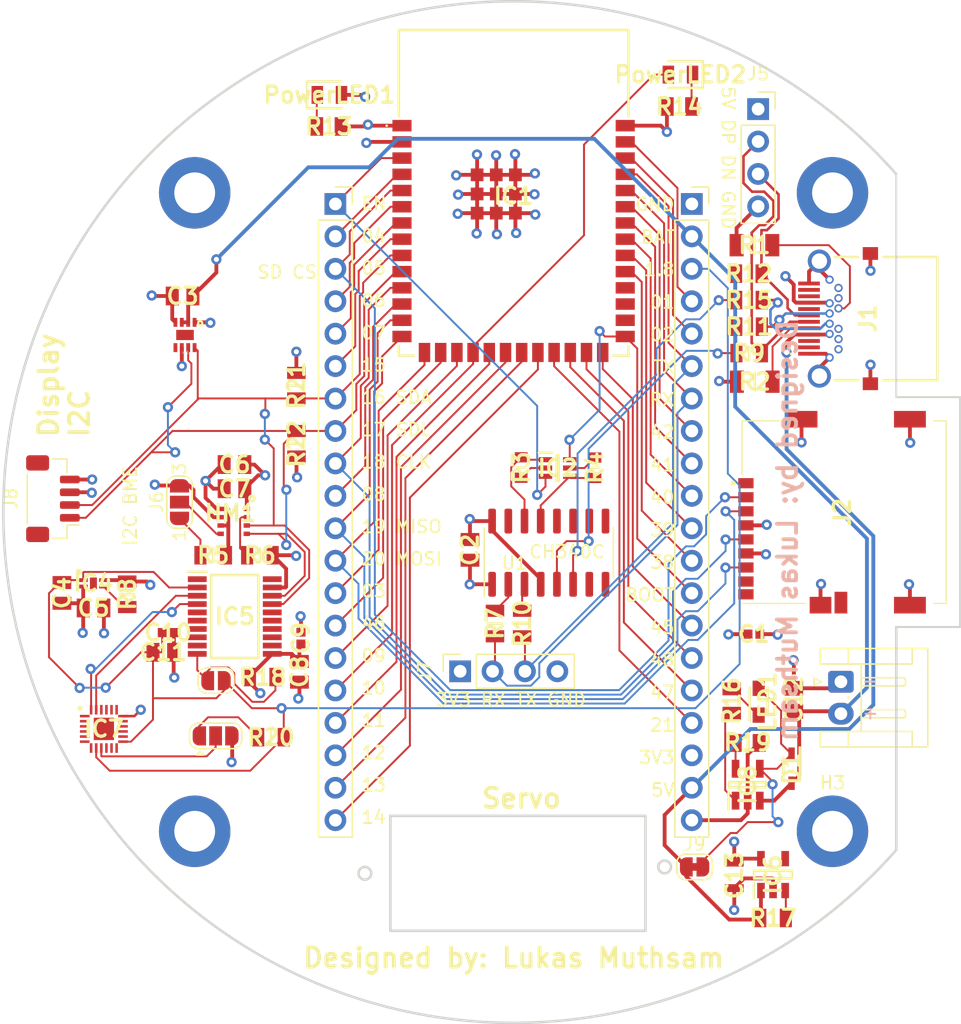
<source format=kicad_pcb>
(kicad_pcb (version 20241229) (generator "pcbnew") (generator_version "9.0")
  (layers (0 "F.Cu" signal) (4 "In1.Cu" signal) (6 "In2.Cu" signal) (2 "B.Cu" signal) (13 "F.Paste" user) (15 "B.Paste" user) (5 "F.SilkS" user "F.Silkscreen") (7 "B.SilkS" user "B.Silkscreen") (1 "F.Mask" user) (3 "B.Mask" user) (25 "Edge.Cuts" user))
  (net 0 "")
  (net 1 "GND")
  (net 2 "+3V3")
  (net 3 "/Chip_EN")
  (net 4 "/GPIO4")
  (net 5 "/GPIO5_CS")
  (net 6 "/GPIO6")
  (net 7 "/GPIO7")
  (net 8 "/GPIO15")
  (net 9 "/GPIO18_CLK")
  (net 10 "/GPIO8")
  (net 11 "/GPIO19_MISO")
  (net 12 "/GPIO20_MOSI")
  (net 13 "/GPIO3")
  (net 14 "/GPIO46")
  (net 15 "/GPIO9")
  (net 16 "/GPIO10")
  (net 17 "/GPIO11")
  (net 18 "/GPIO12")
  (net 19 "/GPIO13")
  (net 20 "/GPIO14")
  (net 21 "/GPIO21")
  (net 22 "/GPIO47")
  (net 23 "/GPIO48")
  (net 24 "/GPIO45")
  (net 28 "/GPIO38")
  (net 29 "/GPIO39")
  (net 30 "/GPIO40")
  (net 31 "/GPIO41")
  (net 32 "/GPIO42")
  (net 33 "/CHIP_RX")
  (net 34 "/CHIP_TX")
  (net 35 "/GPIO2")
  (net 36 "/GPIO1")
  (net 37 "/CH340_RTS")
  (net 38 "Net-(IC2-B_2)")
  (net 39 "/CH340_DTR")
  (net 40 "Net-(IC2-B_1)")
  (net 41 "+1V8")
  (net 44 "/CHIP_BOOT")
  (net 45 "Net-(U1-TXD)")
  (net 53 "Net-(U1-RXD)")
  (net 55 "+5V")
  (net 56 "/DP1")
  (net 57 "/DN1")
  (net 58 "+3V8")
  (net 59 "Net-(HM1-SDO)")
  (net 60 "Net-(J1-CC2)")
  (net 61 "Net-(J1-CC1)")
  (net 62 "/DP2")
  (net 63 "/DN2")
  (net 64 "Net-(HM1-CSB)")
  (net 65 "Net-(U1-UD+)")
  (net 66 "Net-(U1-UD-)")
  (net 67 "Net-(IC6-EN)")
  (net 68 "/SDA")
  (net 69 "/SCL")
  (net 75 "Net-(J6-Pin_1)")
  (net 76 "Net-(D1-K)")
  (net 78 "Net-(IC8-STAT)")
  (net 79 "Net-(IC8-PROG)")
  (net 80 "Net-(IC5-OE)")
  (net 81 "Net-(IC7-SDO_{slash}_AD0)")
  (net 92 "/SCL_low")
  (net 93 "/SDA_low")
  (net 118 "Net-(LED1-K)")
  (net 119 "Net-(PowerLED1-K)")
  (net 120 "Net-(PowerLED2-K)")
  (net 127 "Net-(J12-Pin_1)")
  (net 128 "Net-(IC4-EN)")
  (footprint "C0.1uF:CAPC2012X94N" (layer "F.Cu") (at 36.2 75.19 180)
    (property "Reference" "C11")
    (property "Value" "01.uF" (hide yes))
  )
  (footprint "C10uF:CAPC1005X70N" (layer "F.Cu") (at 82.5 73.77)
    (property "Reference" "C1")
    (property "Value" "10uF" (hide yes))
  )
  (footprint "MountingHole:MountingHole_3.2mm_M3_DIN965_Pad_TopBottom" (layer "F.Cu") (at 38.66 89.21)
    (property "Reference" "H2" (hide yes))
    (property "Value" "MountingHole_Pad" (hide yes))
  )
  (footprint "C0.1uF:CAPC2012X94N" (layer "F.Cu") (at 41.78 60.49 180)
    (property "Reference" "C6")
    (property "Value" "0.1uF" (hide yes))
  )
  (footprint "R0:RESC2013X84N" (layer "F.Cu") (at 82.13 51.76 180)
    (property "Reference" "R9")
    (property "Value" "R0" (hide yes))
  )
  (footprint "LED-red:LEDC2012X80N" (layer "F.Cu") (at 76.74 29.95 180)
    (property "Reference" "PowerLED2")
    (property "Value" "150080RS75000" (hide yes))
  )
  (footprint "R4.7k:RESC2012X50N" (layer "F.Cu") (at 46.63 54.31 90)
    (property "Reference" "R21")
    (property "Value" "R4.7k" (hide yes))
  )
  (footprint "LED-yellow:LEDM2214X140N" (layer "F.Cu") (at 82.87 79.06 90)
    (property "Reference" "LED1")
    (property "Value" "VLMY234ABCA-GS08" (hide yes))
  )
  (footprint "R1k:RESC2012X55N" (layer "F.Cu") (at 76.66 32.45 180)
    (property "Reference" "R14")
    (property "Value" "MCU0805MD1000BP100" (hide yes))
  )
  (footprint "R1k:RESC2012X55N" (layer "F.Cu") (at 49.18 34.01)
    (property "Reference" "R13")
    (property "Value" "MCU0805MD1000BP100" (hide yes))
  )
  (footprint "LED-red:LEDC2012X80N" (layer "F.Cu") (at 49.22 31.54)
    (property "Reference" "PowerLED1")
    (property "Value" "150080RS75000" (hide yes))
  )
  (footprint "C10uF:CAPC1005X70N" (layer "F.Cu") (at 46.99 74.08 90)
    (property "Reference" "C9")
    (property "Value" "C10uF" (hide yes))
  )
  (footprint "Jumper:SolderJumper-3_P1.3mm_Open_RoundedPad1.0x1.5mm" (layer "F.Cu") (at 40.3 81.7375)
    (property "Reference" "J12" (hide yes))
    (property "Value" "~")
  )
  (footprint "R0:RESC2013X84N" (layer "F.Cu") (at 64.33 72.94 -90)
    (property "Reference" "R10")
    (property "Value" "R0" (hide yes))
  )
  (footprint "TXS0108E:SOP65P640X120-20N" (layer "F.Cu") (at 41.8 72.39)
    (property "Reference" "IC5")
    (property "Value" "TXS0108EQPWRQ1" (hide yes))
  )
  (footprint "R10k:RESC1608X55N" (layer "F.Cu") (at 64.25 60.72 -90)
    (property "Reference" "R3")
    (property "Value" "10k" (hide yes))
  )
  (footprint "R4.7k:RESC2012X50N" (layer "F.Cu") (at 44.64 81.84)
    (property "Reference" "R20")
    (property "Value" "R4.7k" (hide yes))
  )
  (footprint "MBT3904DW1T1G:SOT65P210X110-6N" (layer "F.Cu") (at 67.11 60.76)
    (property "Reference" "IC2")
    (property "Value" "MBT3904DW1T1G" (hide yes))
  )
  (footprint "MountingHole:MountingHole_3.2mm_M3_DIN965_Pad_TopBottom" (layer "F.Cu") (at 88.66 39.21)
    (property "Reference" "H4" (hide yes))
    (property "Value" "MountingHole_Pad" (hide yes))
  )
  (footprint "R4.7k:RESC2012X50N" (layer "F.Cu") (at 40.11 67.59)
    (property "Reference" "R5")
    (property "Value" "R4.7k" (hide yes))
  )
  (footprint "R0:RESC2013X84N" (layer "F.Cu") (at 82.12 49.69 180)
    (property "Reference" "R11")
    (property "Value" "R0" (hide yes))
  )
  (footprint "C1uF:CAPC2012X140N" (layer "F.Cu") (at 30.73 71.72)
    (property "Reference" "C5")
    (property "Value" "1uF" (hide yes))
  )
  (footprint "R0:RESC2013X84N" (layer "F.Cu") (at 82.11 47.61 180)
    (property "Reference" "R15")
    (property "Value" "R0" (hide yes))
  )
  (footprint "C0.1uF:CAPC2012X94N" (layer "F.Cu") (at 46.87 76.72 -90)
    (property "Reference" "C8")
    (property "Value" "01.uF" (hide yes))
  )
  (footprint "BME280:BME280" (layer "F.Cu") (at 40.693055 63.962945)
    (property "Reference" "HM1")
    (property "Value" "BME280" (hide yes))
  )
  (footprint "MountingHole:MountingHole_3.2mm_M3_DIN965_Pad_TopBottom" (layer "F.Cu") (at 38.66 39.21)
    (property "Reference" "H1" (hide yes))
    (property "Value" "MountingHole_Pad" (hide yes))
  )
  (footprint "Connector_PinSocket_2.54mm:PinSocket_1x04_P2.54mm_Vertical" (layer "F.Cu") (at 82.83 32.65)
    (property "Reference" "J5")
    (property "Value" "Conn_01x04")
  )
  (footprint "R4.7k:RESC2012X50N" (layer "F.Cu") (at 33.37 70.65 90)
    (property "Reference" "R8")
    (property "Value" "R4.7k" (hide yes))
  )
  (footprint "C2.2uF:CAPC2012X145N" (layer "F.Cu") (at 80.96 92.66 90)
    (property "Reference" "C13")
    (property "Value" "C2.2uF" (hide yes))
  )
  (footprint "Connector_JST:JST_EH_S2B-EH_1x02_P2.50mm_Horizontal" (layer "F.Cu") (at 89.3175 77.5 -90)
    (property "Reference" "J11" (hide yes))
    (property "Value" "1769" (hide yes))
  )
  (footprint "R2.2k:RESC2013X65N" (layer "F.Cu") (at 81.97 82.29 180)
    (property "Reference" "R19")
    (property "Value" "R2.2k" (hide yes))
  )
  (footprint "R4.7k:RESC2012X50N" (layer "F.Cu") (at 46.64 58.86 -90)
    (property "Reference" "R22")
    (property "Value" "R4.7k" (hide yes))
  )
  (footprint "Connector_PinSocket_2.54mm:PinSocket_1x04_P2.54mm_Vertical" (layer "F.Cu") (at 59.47 76.68 90)
    (property "Reference" "J7")
    (property "Value" "Conn_01x04" (hide yes))
  )
  (footprint "Connector_JST:JST_SH_BM04B-SRSS-TB_1x04-1MP_P1.00mm_Vertical" (layer "F.Cu") (at 27.545 63.16 90)
    (property "Reference" "J8")
    (property "Value" "Conn_01x04")
  )
  (footprint "Jumper:SolderJumper-2_P1.3mm_Bridged_RoundedPad1.0x1.5mm" (layer "F.Cu") (at 77.85 92)
    (property "Reference" "J9")
    (property "Value" "LiPo ")
  )
  (footprint "C10uF:CAPC1005X70N" (layer "F.Cu") (at 36.57 73.65 180)
    (property "Reference" "C10")
    (property "Value" "C10uF" (hide yes))
  )
  (footprint "R0:RESC2013X84N" (layer "F.Cu") (at 62.2 72.94 -90)
    (property "Reference" "R7")
    (property "Value" "R0" (hide yes))
  )
  (footprint "ESP32-S3-WROOM-2:ESP32S3WROOM2N32R8V" (layer "F.Cu") (at 63.66 39.21)
    (property "Reference" "IC1")
    (property "Value" "ESP32-S3-WROOM-2-N32R8V" (hide yes))
  )
  (footprint "SD-Card-Slot-2:045138008100858" (layer "F.Cu") (at 89.42 64.22 -90)
    (property "Reference" "J2")
    (property "Value" "045138008100858+" (hide yes))
  )
  (footprint "R5.1k:RESC3116X65N" (layer "F.Cu") (at 82.54 43.31)
    (property "Reference" "R1")
    (property "Value" "5.1k" (hide yes))
  )
  (footprint "R5.1k:RESC3116X65N" (layer "F.Cu") (at 82.56 54)
    (property "Reference" "R2")
    (property "Value" "5.1k" (hide yes))
  )
  (footprint "Jumper:SolderJumper-2_P1.3mm_Open_RoundedPad1.0x1.5mm" (layer "F.Cu") (at 40.33 77.41 180)
    (property "Reference" "J10" (hide yes))
    (property "Value" "TXS0108E")
  )
  (footprint "C0.1uF:CAPC2012X94N" (layer "F.Cu") (at 60.24 67.17 90)
    (property "Reference" "C2")
    (property "Value" "08055C104KAT2A" (hide yes))
  )
  (footprint "D-3A-10V-300mV:SOD2513X110N" (layer "F.Cu") (at 85.45 84.308 -90)
    (property "Reference" "D1")
    (property "Value" "3A-10V-280mV" (hide yes))
  )
  (footprint "C4.7uF:C0805" (layer "F.Cu") (at 85.63 78.91 -90)
    (property "Reference" "C12")
    (property "Value" "C4.7uF" (hide yes))
  )
  (footprint "C0.1uF:CAPC2012X94N" (layer "F.Cu") (at 37.71 47.29)
    (property "Reference" "C3")
    (property "Value" "08055C104KAT2A" (hide yes))
  )
  (footprint "C0.1uF:CAPC2012X94N" (layer "F.Cu") (at 41.78 62.38 180)
    (property "Reference" "C7")
    (property "Value" "0.1uF" (hide yes))
  )
  (footprint "R10k:RESC1608X55N" (layer "F.Cu") (at 70.04 60.74 -90)
    (property "Reference" "R4")
    (property "Value" "10k" (hide yes))
  )
  (footprint "sparkfun_import:DFN-8" (layer "F.Cu") (at 37.9 50.34 180)
    (property "Reference" "IC3")
    (property "Value" "MAX17048G+T10")
  )
  (footprint "USB-C:UJ32CHGH2SMTTR" (layer "F.Cu") (at 91.88 49.06 90)
    (property "Reference" "J1")
    (property "Value" "UJ32-C-H-G-H2-SMT-TR" (hide yes))
  )
  (footprint "R330k:RESC2012X50N" (layer "F.Cu") (at 84 96 180)
    (property "Reference" "R17")
    (property "Value" "330k" (hide yes))
  )
  (footprint "MIC94310-GYMT-TR:SON50P155X120X60-5N-D" (layer "F.Cu") (at 30.72 69.79)
    (property "Reference" "IC4")
    (property "Value" "MIC94310-GYMT-TR" (hide yes))
  )
  (footprint "AP2112K-3.3V:SOT95P282X130-5N" (layer "F.Cu") (at 84 92.6 90)
    (property "Reference" "IC6")
    (property "Value" "AP2112K-3.3TRG1" (hide yes))
  )
  (footprint "R4.7k:RESC2012X50N" (layer "F.Cu") (at 43.77 67.59)
    (property "Reference" "R6")
    (property "Value" "R4.7k" (hide yes))
  )
  (footprint "MCP73831:SOT95P270X145-5N" (layer "F.Cu") (at 82.01 85.56 90)
    (property "Reference" "IC8")
    (property "Value" "MCP73831T-2ACI_OT" (hide yes))
  )
  (footprint "Connector_PinSocket_2.54mm:PinSocket_1x20_P2.54mm_Vertical" (layer "F.Cu") (at 49.69 40.08)
    (property "Reference" "J3" (hide yes))
    (property "Value" "Conn_01x20_Pin" (hide yes))
  )
  (footprint "MountingHole:MountingHole_3.2mm_M3_DIN965_Pad_TopBottom" (layer "F.Cu") (at 88.66 89.21)
    (property "Reference" "H3")
    (property "Value" "MountingHole_Pad" (hide yes))
  )
  (footprint "R1k:RESC2012X55N" (layer "F.Cu") (at 80.76 79.01 -90)
    (property "Reference" "R16")
    (property "Value" "MCU0805MD1000BP100" (hide yes))
  )
  (footprint "Package_SO:SOIC-16_3.9x9.9mm_P1.27mm" (layer "F.Cu") (at 66.42 67.39 90)
    (property "Reference" "U1")
    (property "Value" "CH340C")
  )
  (footprint "R0:RESC2013X84N" (layer "F.Cu") (at 82.1 45.54 180)
    (property "Reference" "R12")
    (property "Value" "R0" (hide yes))
  )
  (footprint "Jumper:SolderJumper-3_P1.3mm_Open_RoundedPad1.0x1.5mm_NumberLabels" (layer "F.Cu") (at 37.47 63.43 90)
    (property "Reference" "J6")
    (property "Value" "Conn_01x03_Pin")
  )
  (footprint "Connector_PinSocket_2.54mm:PinSocket_1x20_P2.54mm_Vertical" (layer "F.Cu") (at 77.63 40.08)
    (property "Reference" "J4" (hide yes))
    (property "Value" "Conn_01x20_Pin" (hide yes))
  )
  (footprint "C1uF:CAPC2012X140N" (layer "F.Cu") (at 28.25 70.54 90)
    (property "Reference" "C4")
    (property "Value" "1uF" (hide yes))
  )
  (footprint "R330k:RESC2012X50N" (layer "F.Cu") (at 43.99 77.13)
    (property "Reference" "R18")
    (property "Value" "330k" (hide yes))
  )
  (footprint "ICM-20948:QFN40P300X300X105-25N-D" (layer "F.Cu") (at 31.54 81.19)
    (property "Reference" "IC7")
    (property "Value" "ICM-20948" (hide yes))
  )
  (gr_line (start 93.66 55.21) (end 93.66 37.76) (stroke (width 0.15)) (layer "Edge.Cuts"))
  (gr_circle (center 75.5 92) (end 75 92) (stroke (width 0.2)) (fill no) (layer "Edge.Cuts"))
  (gr_line (start 98.66 55.21) (end 98.66 73.21) (stroke (width 0.15)) (layer "Edge.Cuts"))
  (gr_line (start 93.66 55.21) (end 98.66 55.21) (stroke (width 0.15)) (layer "Edge.Cuts"))
  (gr_circle (center 52 92.5) (end 51.5 92.5) (stroke (width 0.2)) (fill no) (layer "Edge.Cuts"))
  (gr_rect (start 54 88) (end 74 97) (stroke (width 0.2)) (fill no) (layer "Edge.Cuts"))
  (gr_line (start 93.66 73.21) (end 98.66 73.21) (stroke (width 0.15)) (layer "Edge.Cuts"))
  (gr_arc (start 93.66496 90.664373) (mid 23.658357 64.21375) (end 93.659999 37.750001) (stroke (width 0.2)) (layer "Edge.Cuts"))
  (gr_line (start 93.66 73.21) (end 93.66 90.664373) (stroke (width 0.2)) (layer "Edge.Cuts"))
  (gr_text "17 SDL" (at 51.64 58.342629 0) (layer "F.SilkS") (effects (font (size 1 1)) (justify left bottom)))
  (gr_text "10" (at 51.64 78.574205 0) (layer "F.SilkS") (effects (font (size 1 1)) (justify left bottom)))
  (gr_text "BOOT" (at 72.310476 71.278416 0) (layer "F.SilkS") (effects (font (size 1 1)) (justify left bottom)))
  (gr_text "03" (at 51.64 70.987364 0) (layer "F.SilkS") (effects (font (size 1 1)) (justify left bottom)))
  (gr_text "SD CS" (at 43.48 46.01 0) (layer "F.SilkS") (effects (font (size 1 1)) (justify left bottom)))
  (gr_text "38" (at 74.262857 68.731048 0) (layer "F.SilkS") (effects (font (size 1 1)) (justify left bottom)))
  (gr_text "18 CLK" (at 51.64 60.871576 0) (layer "F.SilkS") (effects (font (size 1 1)) (justify left bottom)))
  (gr_text "1.8" (at 73.786667 45.804736 0) (layer "F.SilkS") (effects (font (size 1 1)) (justify left bottom)))
  (gr_text "06" (at 51.64 48.226841 0) (layer "F.SilkS") (effects (font (size 1 1)) (justify left bottom)))
  (gr_text "3V3 RX TX GND" (at 57.47 79.5 0) (layer "F.SilkS") (effects (font (size 1 1)) (justify left bottom)))
  (gr_text "Designed by: Lukas Muthsam" (at 47 100 0) (layer "F.SilkS") (effects (font (size 1.5 1.5) (thickness 0.3) (bold yes)) (justify left bottom)))
  (gr_text "16 SDA\n" (at 51.64 55.813682 0) (layer "F.SilkS") (effects (font (size 1 1)) (justify left bottom)))
  (gr_text "19 MISO" (at 51.64 65.92947 0) (layer "F.SilkS") (effects (font (size 1 1)) (justify left bottom)))
  (gr_text "46" (at 51.64 73.516311 0) (layer "F.SilkS") (effects (font (size 1 1)) (justify left bottom)))
  (gr_text "14" (at 51.64 88.69 0) (layer "F.SilkS") (effects (font (size 1 1)) (justify left bottom)))
  (gr_text "42" (at 74.262857 58.541576 0) (layer "F.SilkS") (effects (font (size 1 1)) (justify left bottom)))
  (gr_text "Servo" (at 61 87.5 0) (layer "F.SilkS") (effects (font (size 1.5 1.5) (thickness 0.3) (bold yes)) (justify left bottom)))
  (gr_text "RX" (at 74.215238 55.994208 0) (layer "F.SilkS") (effects (font (size 1 1)) (justify left bottom)))
  (gr_text "40" (at 74.262857 63.636312 0) (layer "F.SilkS") (effects (font (size 1 1)) (justify left bottom)))
  (gr_text "11" (at 51.64 81.103152 0) (layer "F.SilkS") (effects (font (size 1 1)) (justify left bottom)))
  (gr_text "5V" (at 74.358095 86.562624 0) (layer "F.SilkS") (effects (font (size 1 1)) (justify left bottom)))
  (gr_text "I2C BME" (at 34.19 66.94 90) (layer "F.SilkS") (effects (font (size 1 1)) (justify left bottom)))
  (gr_text "TX" (at 74.453333 53.44684 0) (layer "F.SilkS") (effects (font (size 1 1)) (justify left bottom)))
  (gr_text "5V DP DN GND" (at 79.9 30.78 -90) (layer "F.SilkS") (effects (font (size 1 1)) (justify left bottom)))
  (gr_text "20 MOSI" (at 51.64 68.458417 0) (layer "F.SilkS") (effects (font (size 1 1)) (justify left bottom)))
  (gr_text "09" (at 51.64 76.045258 0) (layer "F.SilkS") (effects (font (size 1 1)) (justify left bottom)))
  (gr_text "BAT" (at 73.548571 43.257368 0) (layer "F.SilkS") (effects (font (size 1 1)) (justify left bottom)))
  (gr_text "GND" (at 73.12 40.71 0) (layer "F.SilkS") (effects (font (size 1 1)) (justify left bottom)))
  (gr_text "01" (at 74.262857 48.352104 0) (layer "F.SilkS") (effects (font (size 1 1)) (justify left bottom)))
  (gr_text "48" (at 74.262857 76.373152 0) (layer "F.SilkS") (effects (font (size 1 1)) (justify left bottom)))
  (gr_text "EN" (at 51.64 40.64 0) (layer "F.SilkS") (effects (font (size 1 1)) (justify left bottom)))
  (gr_text "15" (at 51.64 53.284735 0) (layer "F.SilkS") (effects (font (size 1 1)) (justify left bottom)))
  (gr_text "39" (at 74.262857 66.18368 0) (layer "F.SilkS") (effects (font (size 1 1)) (justify left bottom)))
  (gr_text "21" (at 74.262857 81.467888 0) (layer "F.SilkS") (effects (font (size 1 1)) (justify left bottom)))
  (gr_text "07" (at 51.64 50.755788 0) (layer "F.SilkS") (effects (font (size 1 1)) (justify left bottom)))
  (gr_text "45" (at 74.262857 73.825784 0) (layer "F.SilkS") (effects (font (size 1 1)) (justify left bottom)))
  (gr_text "47" (at 74.262857 78.92052 0) (layer "F.SilkS") (effects (font (size 1 1)) (justify left bottom)))
  (gr_text "13" (at 51.64 86.161046 0) (layer "F.SilkS") (effects (font (size 1 1)) (justify left bottom)))
  (gr_text "04" (at 51.64 43.168947 0) (layer "F.SilkS") (effects (font (size 1 1)) (justify left bottom)))
  (gr_text "41" (at 74.262857 61.088944 0) (layer "F.SilkS") (effects (font (size 1 1)) (justify left bottom)))
  (gr_text "02" (at 74.262857 50.899472 0) (layer "F.SilkS") (effects (font (size 1 1)) (justify left bottom)))
  (gr_text "05" (at 51.64 45.697894 0) (layer "F.SilkS") (effects (font (size 1 1)) (justify left bottom)))
  (gr_text "3V3" (at 73.405714 84.015256 0) (layer "F.SilkS") (effects (font (size 1 1)) (justify left bottom)))
  (gr_text "12" (at 51.64 83.632099 0) (layer "F.SilkS") (effects (font (size 1 1)) (justify left bottom)))
  (gr_text "08" (at 51.64 63.400523 0) (layer "F.SilkS") (effects (font (size 1 1)) (justify left bottom)))
  (gr_text "Display \nI2C\n" (at 30.5 58.5 90) (layer "F.SilkS") (effects (font (size 1.5 1.5) (thickness 0.3) (bold yes)) (justify left bottom)))
  (gr_text "CH340C" (at 64.795 67.905 0) (layer "F.SilkS") (effects (font (size 1 1)) (justify left bottom)))
  (gr_text "Designed by: Lukas Muthsam" (at 86 49 90) (layer "B.SilkS") (effects (font (size 1.5 1.5) (thickness 0.3) (bold yes)) (justify left bottom mirror)))
  (gr_text "-" (at 90.89 78 0) (layer "B.SilkS") (effects (font (size 1 1)) (justify left bottom)))
  (gr_text "+" (at 90.91 80.52 0) (layer "B.SilkS") (effects (font (size 1 1)) (justify left bottom)))
  (segment (start 63.8 37.8) (end 63.8 39.3) (width 0.3) (layer "F.Cu") (net 1))
  (segment (start 91.63 54.16) (end 91.63 52.68) (width 0.3) (layer "F.Cu") (net 1))
  (segment (start 82.01 86.81) (end 82.01 87.81) (width 0.3) (layer "F.Cu") (net 1))
  (segment (start 91.63 45.3) (end 91.64 45.31) (width 0.3) (layer "F.Cu") (net 1))
  (segment (start 63.8 37.8) (end 62.3 37.8) (width 0.3) (layer "F.Cu") (net 1))
  (segment (start 87.72 69.88) (end 87.76 69.84) (width 0.3) (layer "F.Cu") (net 1))
  (segment (start 59.2 37.8) (end 59.16 37.84) (width 0.3) (layer "F.Cu") (net 1))
  (segment (start 82.01 87.81) (end 81.48 88.34) (width 0.3) (layer "F.Cu") (net 1))
  (segment (start 35.6 62.13) (end 35.53 62.06) (width 0.3) (layer "F.Cu") (net 1))
  (segment (start 41.6 83.74) (end 41.55 83.79) (width 0.3) (layer "F.Cu") (net 1))
  (segment (start 79.8255 54) (end 79.7755 53.95) (width 0.3) (layer "F.Cu") (net 1))
  (segment (start 37.03 73.65) (end 37.03 75.17) (width 0.3) (layer "F.Cu") (net 1))
  (segment (start 80.96 93.66) (end 81.72 92.9) (width 0.3) (layer "F.Cu") (net 1))
  (segment (start 94.73 71.5) (end 94.73 69.94) (width 0.3) (layer "F.Cu") (net 1))
  (segment (start 43.34 60.49) (end 44.18 61.33) (width 0.3) (layer "F.Cu") (net 1))
  (segment (start 41.6 81.7375) (end 41.6 83.74) (width 0.3) (layer "F.Cu") (net 1))
  (segment (start 61.975 69.865) (end 60.225 69.865) (width 0.3) (layer "F.Cu") (net 1))
  (segment (start 81.16 54) (end 79.8255 54) (width 0.3) (layer "F.Cu") (net 1))
  (segment (start 59.33 40.8) (end 59.28 40.85) (width 0.3) (layer "F.Cu") (net 1))
  (segment (start 59.36 39.3) (end 59.31 39.35) (width 0.3) (layer "F.Cu") (net 1))
  (segment (start 60.8 39.3) (end 60.8 37.8) (width 0.3) (layer "F.Cu") (net 1))
  (segment (start 46.87 75.91) (end 46.87 74.66) (width 0.3) (layer "F.Cu") (net 1))
  (segment (start 29.92 70.04) (end 29.92 71.72) (width 0.3) (layer "F.Cu") (net 1))
  (segment (start 37.47 62.13) (end 35.6 62.13) (width 0.3) (layer "F.Cu") (net 1))
  (segment (start 72.41 33.95) (end 75.2 33.95) (width 0.3) (layer "F.Cu") (net 1))
  (segment (start 36.9 47.29) (end 35.33 47.29) (width 0.3) (layer "F.Cu") (net 1))
  (segment (start 44.738 75.315) (end 46.275 75.315) (width 0.3) (layer "F.Cu") (net 1))
  (segment (start 50.13 34.01) (end 52.1 34.01) (width 0.3) (layer "F.Cu") (net 1))
  (segment (start 52.32 33.95) (end 52.24 33.87) (width 0.3) (layer "F.Cu") (net 1))
  (segment (start 42.99 77.58) (end 42.99 77.13) (width 0.3) (layer "F.Cu") (net 1))
  (segment (start 60.24 67.98) (end 60.24 69.85) (width 0.3) (layer "F.Cu") (net 1))
  (segment (start 86.82 51.81) (end 88.13 51.81) (width 0.3) (layer "F.Cu") (net 1))
  (segment (start 42.99 77.063) (end 44.738 75.315) (width 0.3) (layer "F.Cu") (net 1))
  (segment (start 37.01 77.12) (end 37.06 77.17) (width 0.3) (layer "F.Cu") (net 1))
  (segment (start 39.85 49.35) (end 39.89 49.39) (width 0.3) (layer "F.Cu") (net 1))
  (segment (start 63.8 37.8) (end 65.22 37.8) (width 0.3) (layer "F.Cu") (net 1))
  (segment (start 42.59 60.49) (end 43.34 60.49) (width 0.3) (layer "F.Cu") (net 1))
  (segment (start 91.63 52.68) (end 91.64 52.67) (width 0.3) (layer "F.Cu") (net 1))
  (segment (start 94.73 58.76) (end 94.73 56.94) (width 0.3) (layer "F.Cu") (net 1))
  (segment (start 80.96 93.66) (end 80.96 95.36) (width 0.3) (layer "F.Cu") (net 1))
  (segment (start 85.63 78.01) (end 85.63 75.84) (width 0.3) (layer "F.Cu") (net 1))
  (segment (start 40.693055 64.612945) (end 40.143055 64.612945) (width 0.3) (layer "F.Cu") (net 1))
  (segment (start 63.8 39.3) (end 65.28 39.3) (width 0.3) (layer "F.Cu") (net 1))
  (segment (start 62.3 37.8) (end 62.3 39.3) (width 0.3) (layer "F.Cu") (net 1))
  (segment (start 60.8 42.35) (end 60.76 42.39) (width 0.3) (layer "F.Cu") (net 1))
  (segment (start 63.8 40.8) (end 63.8 42.3) (width 0.3) (layer "F.Cu") (net 1))
  (segment (start 43.64 61.33) (end 42.59 62.38) (width 0.3) (layer "F.Cu") (net 1))
  (segment (start 80.96 95.36) (end 80.95 95.37) (width 0.3) (layer "F.Cu") (net 1))
  (segment (start 65.25 40.8) (end 65.36 40.91) (width 0.3) (layer "F.Cu") (net 1))
  (segment (start 62.3 42.4) (end 62.35 42.45) (width 0.3) (layer "F.Cu") (net 1))
  (segment (start 40.03 40.58) (end 38.66 39.21) (width 0.3) (layer "F.Cu") (net 1))
  (segment (start 37.03 75.17) (end 37.01 75.19) (width 0.3) (layer "F.Cu") (net 1))
  (segment (start 63.8 36.21) (end 63.77 36.18) (width 0.3) (layer "F.Cu") (net 1))
  (segment (start 81.14 43.31) (end 81.14 41.96) (width 0.3) (layer "F.Cu") (net 1))
  (segment (start 33.04 80.19) (end 33.93 80.19) (width 0.2) (layer "F.Cu") (net 1))
  (segment (start 62.3 40.8) (end 62.3 42.4) (width 0.3) (layer "F.Cu") (net 1))
  (segment (start 46.275 75.315) (end 46.87 75.91) (width 0.3) (layer "F.Cu") (net 1))
  (segment (start 54.91 33.95) (end 52.32 33.95) (width 0.3) (layer "F.Cu") (net 1))
  (segment (start 36.9 49.1) (end 37.15 49.35) (width 0.3) (layer "F.Cu") (net 1))
  (segment (start 88.43 52.11) (end 87.63 52.91) (width 0.3) (layer "F.Cu") (net 1))
  (segment (start 62.3 39.3) (end 62.3 40.8) (width 0.3) (layer "F.Cu") (net 1))
  (segment (start 38.57 62.48) (end 38.22 62.13) (width 0.3) (layer "F.Cu") (net 1))
  (segment (start 89.59 39.21) (end 88.66 39.21) (width 0.3) (layer "F.Cu") (net 1))
  (segment (start 63.8 40.8) (end 65.25 40.8) (width 0.3) (layer "F.Cu") (net 1))
  (segment (start 82.01 86.81) (end 82.01 83.1898) (width 0.3) (layer "F.Cu") (net 1))
  (segment (start 81.48 88.34) (end 77.63 88.34) (width 0.3) (layer "F.Cu") (net 1))
  (segment (start 36.9 47.29) (end 36.9 49.1) (width 0.3) (layer "F.Cu") (net 1))
  (segment (start 82.01 83.1898) (end 82.9098 82.29) (width 0.3) (layer "F.Cu") (net 1))
  (segment (start 75.68 34.43) (end 75.68 32.48) (width 0.3) (layer "F.Cu") (net 1))
  (segment (start 29.92 73.63) (end 29.88 73.67) (width 0.3) (layer "F.Cu") (net 1))
  (segment (start 60.8 40.8) (end 62.3 40.8) (width 0.3) (layer "F.Cu") (net 1))
  (segment (start 63.8 37.8) (end 63.8 36.21) (width 0.3) (layer "F.Cu") (net 1))
  (segment (start 37.01 75.19) (end 37.01 77.12) (width 0.3) (layer "F.Cu") (net 1))
  (segment (start 62.3 36.28) (end 62.29 36.27) (width 0.3) (layer "F.Cu") (net 1))
  (segment (start 63.8 40.8) (end 63.8 39.3) (width 0.3) (layer "F.Cu") (net 1))
  (segment (start 91.63 43.96) (end 91.63 45.3) (width 0.3) (layer "F.Cu") (net 1))
  (segment (start 83.95 92.9) (end 84 92.95) (width 0.3) (layer "F.Cu") (net 1))
  (segment (start 38.57 63.03989) (end 38.57 62.48) (width 0.3) (layer "F.Cu") (net 1))
  (segment (start 62.3 40.8) (end 63.8 40.8) (width 0.3) (layer "F.Cu") (net 1))
  (segment (start 87.72 71.5) (end 87.72 69.88) (width 0.3) (layer "F.Cu") (net 1))
  (segment (start 75.71 34.4) (end 75.68 34.43) (width 0.3) (layer "F.Cu") (net 1))
  (segment (start 60.8 36.22) (end 60.79 36.21) (width 0.3) (layer "F.Cu") (net 1))
  (segment (start 84 92.95) (end 84 93.85) (width 0.3) (layer "F.Cu") (net 1))
  (segment (start 42.99 77.13) (end 42.99 77.063) (width 0.3) (layer "F.Cu") (net 1))
  (segment (start 60.8 40.8) (end 59.33 40.8) (width 0.3) (layer "F.Cu") (net 1))
  (segment (start 86.82 45.37) (end 87.63 44.56) (width 0.3) (layer "F.Cu") (net 1))
  (segment (start 81.72 92.9) (end 83.95 92.9) (width 0.3) (layer "F.Cu") (net 1))
  (segment (start 60.225 69.865) (end 60.22 69.87) (width 0.3) (layer "F.Cu") (net 1))
  (segment (start 63.8 39.3) (end 62.3 39.3) (width 0.3) (layer "F.Cu") (net 1))
  (segment (start 60.24 69.85) (end 60.22 69.87) (width 0.3) (layer "F.Cu") (net 1))
  (segment (start 28.25 71.35) (end 29.55 71.35) (width 0.3) (layer "F.Cu") (net 1))
  (segment (start 75.68 32.48) (end 75.71 32.45) (width 0.3) (layer "F.Cu") (net 1))
  (segment (start 75.2 33.95) (end 75.68 34.43) (width 0.3) (layer "F.Cu") (net 1))
  (segment (start 28.87 61.66) (end 30.62 61.66) (width 0.3) (layer "F.Cu") (net 1))
  (segment (start 60.8 37.8) (end 62.3 37.8) (width 0.3) (layer "F.Cu") (net 1))
  (segment (start 60.8 39.3) (end 59.36 39.3) (width 0.3) (layer "F.Cu") (net 1))
  (segment (start 62.3 39.3) (end 60.8 39.3) (width 0.3) (layer "F.Cu") (net 1))
  (segment (start 52.1 34.01) (end 52.24 33.87) (width 0.3) (layer "F.Cu") (net 1))
  (segment (start 42.743055 62.533055) (end 42.59 62.38) (width 0.3) (layer "F.Cu") (net 1))
  (segment (start 87.63 45.21) (end 87.63 44.56) (width 0.3) (layer "F.Cu") (net 1))
  (segment (start 81.14 41.96) (end 82.83 40.27) (width 0.3) (layer "F.Cu") (net 1))
  (segment (start 88.43 46.01) (end 87.63 45.21) (width 0.3) (layer "F.Cu") (net 1))
  (segment (start 65.28 39.3) (end 65.3 39.32) (width 0.3) (layer "F.Cu") (net 1))
  (segment (start 60.24 67.98) (end 60.24 68.13) (width 0.3) (layer "F.Cu") (net 1))
  (segment (start 80.52 73.77) (end 80.5 73.79) (width 0.3) (layer "F.Cu") (net 1))
  (segment (start 60.8 40.8) (end 60.8 39.3) (width 0.3) (layer "F.Cu") (net 1))
  (segment (start 29.92 71.72) (end 29.92 73.63) (width 0.3) (layer "F.Cu") (net 1))
  (segment (start 81.87 67.45) (end 83.37 67.45) (width 0.3) (layer "F.Cu") (net 1))
  (segment (start 85.63 75.84) (end 85.6 75.81) (width 0.3) (layer "F.Cu") (net 1))
  (segment (start 87.63 52.91) (end 87.63 53.56) (width 0.3) (layer "F.Cu") (net 1))
  (segment (start 86.82 46.31) (end 86.82 45.37) (width 0.3) (layer "F.Cu") (net 1))
  (segment (start 37.65 51.33) (end 37.65 52.78) (width 0.3) (layer "F.Cu") (net 1))
  (segment (start 38.65 49.35) (end 39.85 49.35) (width 0.3) (layer "F.Cu") (net 1))
  (segment (start 94.73 69.94) (end 94.66 69.87) (width 0.3) (layer "F.Cu") (net 1))
  (segment (start 44.18 61.33) (end 43.64 61.33) (width 0.3) (layer "F.Cu") (net 1))
  (segment (start 40.143055 64.612945) (end 38.57 63.03989) (width 0.3) (layer "F.Cu") (net 1))
  (segment (start 43.805 78.395) (end 42.99 77.58) (width 0.3) (layer "F.Cu") (net 1))
  (segment (start 82.04 73.77) (end 80.52 73.77) (width 0.3) (layer "F.Cu") (net 1))
  (segment (start 42.743055 63.962945) (end 42.743055 62.533055) (width 0.3) (layer "F.Cu") (net 1))
  (segment (start 60.8 37.8) (end 59.2 37.8) (width 0.3) (layer "F.Cu") (net 1))
  (segment (start 85.63 78.01) (end 88.8075 78.01) (width 0.3) (layer "F.Cu") (net 1))
  (segment (start 29.55 71.35) (end 29.92 71.72) (width 0.3) (layer "F.Cu") (net 1))
  (segment (start 35.33 47.29) (end 35.29 47.25) (width 0.3) (layer "F.Cu") (net 1))
  (segment (start 94.75 58.78) (end 94.73 58.76) (width 0.3) (layer "F.Cu") (net 1))
  (segment (start 38.22 62.13) (end 37.47 62.13) (width 0.3) (layer "F.Cu") (net 1))
  (segment (start 60.8 40.8) (end 60.8 42.35) (width 0.3) (layer "F.Cu") (net 1))
  (segment (start 65.22 37.8) (end 65.33 37.69) (width 0.3) (layer "F.Cu") (net 1))
  (segment (start 83.37 67.45) (end 83.44 67.52) (width 0.3) (layer "F.Cu") (net 1))
  (segment (start 86.23 56.94) (end 86.23 58.75) (width 0.3) (layer "F.Cu") (net 1))
  (segment (start 62.3 37.8) (end 62.3 36.28) (width 0.3) (layer "F.Cu") (net 1))
  (segment (start 63.8 42.3) (end 63.86 42.36) (width 0.3) (layer "F.Cu") (net 1))
  (segment (start 60.8 37.8) (end 60.8 36.22) (width 0.3) (layer "F.Cu") (net 1))
  (segment (start 88.13 51.81) (end 88.43 52.11) (width 0.3) (layer "F.Cu") (net 1))
  (segment (start 88.8075 78.01) (end 89.3175 77.5) (width 0.3) (layer "F.Cu") (net 1))
  (segment (start 46.87 74.66) (end 46.99 74.54) (width 0.3) (layer "F.Cu") (net 1))
  (segment (start 33.93 80.19) (end 34.43 79.69) (width 0.2) (layer "F.Cu") (net 1))
  (via (at 80.5 73.79) (size 0.8) (drill 0.4) (layers "F.Cu" "B.Cu") (net 1))
  (via (at 37.65 52.78) (size 0.8) (drill 0.4) (layers "F.Cu" "B.Cu") (net 1))
  (via (at 91.64 45.31) (size 0.8) (drill 0.4) (layers "F.Cu" "B.Cu") (net 1))
  (via (at 83.44 67.52) (size 0.8) (drill 0.4) (layers "F.Cu" "B.Cu") (net 1))
  (via (at 86.23 58.75) (size 0.8) (drill 0.4) (layers "F.Cu" "B.Cu") (net 1))
  (via (at 44.18 61.33) (size 0.8) (drill 0.4) (layers "F.Cu" "B.Cu") (net 1))
  (via (at 80.95 95.37) (size 0.8) (drill 0.4) (layers "F.Cu" "B.Cu") (net 1))
  (via (at 63.77 36.18) (size 0.8) (drill 0.4) (layers "F.Cu" "B.Cu") (net 1))
  (via (at 65.36 40.91) (size 0.8) (drill 0.4) (layers "F.Cu" "B.Cu") (net 1))
  (via (at 60.79 36.21) (size 0.8) (drill 0.4) (layers "F.Cu" "B.Cu") (net 1))
  (via (at 94.66 69.87) (size 0.8) (drill 0.4) (layers "F.Cu" "B.Cu") (net 1))
  (via (at 37.06 77.17) (size 0.8) (drill 0.4) (layers "F.Cu" "B.Cu") (net 1))
  (via (at 85.6 75.81) (size 0.8) (drill 0.4) (layers "F.Cu" "B.Cu") (net 1))
  (via (at 62.35 42.45) (size 0.8) (drill 0.4) (layers "F.Cu" "B.Cu") (net 1))
  (via (at 30.62 61.66) (size 0.8) (drill 0.4) (layers "F.Cu" "B.Cu") (net 1))
  (via (at 41.55 83.79) (size 0.8) (drill 0.4) (layers "F.Cu" "B.Cu") (net 1))
  (via (at 34.43 79.69) (size 0.8) (drill 0.4) (layers "F.Cu" "B.Cu") (net 1))
  (via (at 79.7755 53.95) (size 0.8) (drill 0.4) (layers "F.Cu" "B.Cu") (net 1))
  (via (at 91.64 52.67) (size 0.8) (drill 0.4) (layers "F.Cu" "B.Cu") (net 1))
  (via (at 87.76 69.84) (size 0.8) (drill 0.4) (layers "F.Cu" "B.Cu") (net 1))
  (via (at 60.22 69.87) (size 0.8) (drill 0.4) (layers "F.Cu" "B.Cu") (net 1))
  (via (at 65.3 39.32) (size 0.8) (drill 0.4) (layers "F.Cu" "B.Cu") (net 1))
  (via (at 35.53 62.06) (size 0.8) (drill 0.4) (layers "F.Cu" "B.Cu") (net 1))
  (via (at 60.76 42.39) (size 0.8) (drill 0.4) (layers "F.Cu" "B.Cu") (net 1))
  (via (at 52.24 33.87) (size 0.8) (drill 0.4) (layers "F.Cu" "B.Cu") (net 1))
  (via (at 94.75 58.78) (size 0.8) (drill 0.4) (layers "F.Cu" "B.Cu") (net 1))
  (via (at 59.16 37.84) (size 0.8) (drill 0.4) (layers "F.Cu" "B.Cu") (net 1))
  (via (at 65.33 37.69) (size 0.8) (drill 0.4) (layers "F.Cu" "B.Cu") (net 1))
  (via (at 59.28 40.85) (size 0.8) (drill 0.4) (layers "F.Cu" "B.Cu") (net 1))
  (via (at 59.31 39.35) (size 0.8) (drill 0.4) (layers "F.Cu" "B.Cu") (net 1))
  (via (at 29.88 73.67) (size 0.8) (drill 0.4) (layers "F.Cu" "B.Cu") (net 1))
  (via (at 39.89 49.39) (size 0.8) (drill 0.4) (layers "F.Cu" "B.Cu") (net 1))
  (via (at 43.805 78.395) (size 0.8) (drill 0.4) (layers "F.Cu" "B.Cu") (net 1))
  (via (at 63.86 42.36) (size 0.8) (drill 0.4) (layers "F.Cu" "B.Cu") (net 1))
  (via (at 75.68 34.43) (size 0.8) (drill 0.4) (layers "F.Cu" "B.Cu") (net 1))
  (via (at 35.29 47.25) (size 0.8) (drill 0.4) (layers "F.Cu" "B.Cu") (net 1))
  (via (at 62.29 36.27) (size 0.8) (drill 0.4) (layers "F.Cu" "B.Cu") (net 1))
  (segment (start 40.97 62.38) (end 40.12 62.38) (width 0.3) (layer "F.Cu") (net 2))
  (segment (start 46.99 72.4) (end 46.96 72.37) (width 0.3) (layer "F.Cu") (net 2))
  (segment (start 44.738 70.115) (end 45.7755 70.115) (width 0.3) (layer "F.Cu") (net 2))
  (segment (start 41.293055 67.406945) (end 41.293055 65.312945) (width 0.3) (layer "F.Cu") (net 2))
  (segment (start 30.55 62.66) (end 30.59 62.7) (width 0.3) (layer "F.Cu") (net 2))
  (segment (start 41.293055 65.212945) (end 41.293055 64.012945) (width 0.3) (layer "F.Cu") (net 2))
  (segment (start 81.27 91.35) (end 80.96 91.66) (width 0.3) (layer "F.Cu") (net 2))
  (segment (start 41.293055 65.312945) (end 41.243055 65.262945) (width 0.3) (layer "F.Cu") (net 2))
  (segment (start 40.79 60.49) (end 39.51 61.77) (width 0.3) (layer "F.Cu") (net 2))
  (segment (start 40.97 60.49) (end 40.79 60.49) (width 0.3) (layer "F.Cu") (net 2))
  (segment (start 65.785 69.448738) (end 65.785 69.865) (width 0.3) (layer "F.Cu") (net 2))
  (segment (start 46.64 61.44) (end 46.69 61.49) (width 0.3) (layer "F.Cu") (net 2))
  (segment (start 46.56 67.59) (end 46.61 67.64) (width 0.3) (layer "F.Cu") (net 2))
  (segment (start 80.96 91.66) (end 80.96 90.03) (width 0.3) (layer "F.Cu") (net 2))
  (segment (start 83.45 65.25) (end 83.5 65.2) (width 0.3) (layer "F.Cu") (net 2))
  (segment (start 28.87 62.66) (end 30.55 62.66) (width 0.3) (layer "F.Cu") (net 2))
  (segment (start 33.35 69.67) (end 33.37 69.65) (width 0.3) (layer "F.Cu") (net 2))
  (segment (start 60.375 64.915) (end 60.22 64.76) (width 0.3) (layer "F.Cu") (net 2))
  (segment (start 41.11 67.59) (end 41.293055 67.406945) (width 0.3) (layer "F.Cu") (net 2))
  (segment (start 61.975 64.915) (end 60.375 64.915) (width 0.3) (layer "F.Cu") (net 2))
  (segment (start 31.54 71.72) (end 31.54 71.495) (width 0.3) (layer "F.Cu") (net 2))
  (segment (start 46.87 77.53) (end 46.87 78.72) (width 0.3) (layer "F.Cu") (net 2))
  (segment (start 45.8255 70.065) (end 45.8255 68.6455) (width 0.3) (layer "F.Cu") (net 2))
  (segment (start 84.32 73.77) (end 84.36 73.81) (width 0.3) (layer "F.Cu") (net 2))
  (segment (start 46.99 73.62) (end 46.99 72.4) (width 0.3) (layer "F.Cu") (net 2))
  (segment (start 83.05 91.35) (end 81.27 91.35) (width 0.3) (layer "F.Cu") (net 2))
  (segment (start 81.87 65.25) (end 83.45 65.25) (width 0.3) (layer "F.Cu") (net 2))
  (segment (start 51.87 31.54) (end 52.02 31.69) (width 0.3) (layer "F.Cu") (net 2))
  (segment (start 31.54 71.72) (end 31.54 73.69) (width 0.3) (layer "F.Cu") (net 2))
  (segment (start 31.54 73.69) (end 31.55 73.7) (width 0.3) (layer "F.Cu") (net 2))
  (segment (start 61.975 64.915) (end 61.975 65.638738) (width 0.3) (layer "F.Cu") (net 2))
  (segment (start 60.24 64.78) (end 60.22 64.76) (width 0.3) (layer "F.Cu") (net 2))
  (segment (start 40.12 62.38) (end 39.51 61.77) (width 0.3) (layer "F.Cu") (net 2))
  (segment (start 46.64 59.86) (end 46.64 61.44) (width 0.3) (layer "F.Cu") (net 2))
  (segment (start 34.92 69.65) (end 35.18 69.91) (width 0.3) (layer "F.Cu") (net 2))
  (segment (start 41.243055 65.262945) (end 41.293055 65.212945) (width 0.3) (layer "F.Cu") (net 2))
  (segment (start 40.693055 65.262945) (end 41.243055 65.262945) (width 0.3) (layer "F.Cu") (net 2))
  (segment (start 54.91 35.22) (end 52.2 35.22) (width 0.3) (layer "F.Cu") (net 2))
  (segment (start 46.87 78.72) (end 46.78 78.81) (width 0.3) (layer "F.Cu") (net 2))
  (segment (start 33.37 69.65) (end 34.92 69.65) (width 0.3) (layer "F.Cu") (net 2))
  (segment (start 41.293055 64.012945) (end 41.243055 63.962945) (width 0.3) (layer "F.Cu") (net 2))
  (segment (start 46.63 53.31) (end 46.63 51.65) (width 0.3) (layer "F.Cu") (net 2))
  (segment (start 82.96 73.77) (end 84.32 73.77) (width 0.3) (layer "F.Cu") (net 2))
  (segment (start 40.693055 63.962945) (end 40.372945 63.962945) (width 0.3) (layer "F.Cu") (net 2))
  (segment (start 40.372945 63.962945) (end 39.51 63.1) (width 0.3) (layer "F.Cu") (net 2))
  (segment (start 31.52 69.54) (end 33.26 69.54) (width 0.3) (layer "F.Cu") (net 2))
  (segment (start 45.8255 68.6455) (end 44.77 67.59) (width 0.3) (layer "F.Cu") (net 2))
  (segment (start 44.77 67.59) (end 46.56 67.59) (width 0.3) (layer "F.Cu") (net 2))
  (segment (start 80.96 90.03) (end 80.95 90.02) (width 0.3) (layer "F.Cu") (net 2))
  (segment (start 45.7755 70.115) (end 45.8255 70.065) (width 0.3) (layer "F.Cu") (net 2))
  (segment (start 52.2 35.22) (end 52.12 35.3) (width 0.3) (layer "F.Cu") (net 2))
  (segment (start 33.26 69.54) (end 33.37 69.65) (width 0.3) (layer "F.Cu") (net 2))
  (segment (start 61.975 65.638738) (end 65.785 69.448738) (width 0.3) (layer "F.Cu") (net 2))
  (segment (start 60.24 66.36) (end 60.24 64.78) (width 0.3) (layer "F.Cu") (net 2))
  (segment (start 50.17 31.54) (end 51.87 31.54) (width 0.3) (layer "F.Cu") (net 2))
  (segment (start 41.243055 63.962945) (end 40.693055 63.962945) (width 0.3) (layer "F.Cu") (net 2))
  (segment (start 39.51 63.1) (end 39.51 61.77) (width 0.3) (layer "F.Cu") (net 2))
  (via (at 39.51 61.77) (size 0.8) (drill 0.4) (layers "F.Cu" "B.Cu") (net 2))
  (via (at 46.63 51.65) (size 0.8) (drill 0.4) (layers "F.Cu" "B.Cu") (net 2))
  (via (at 60.22 64.76) (size 0.8) (drill 0.4) (layers "F.Cu" "B.Cu") (net 2))
  (via (at 46.61 67.64) (size 0.8) (drill 0.4) (layers "F.Cu" "B.Cu") (net 2))
  (via (at 84.36 73.81) (size 0.8) (drill 0.4) (layers "F.Cu" "B.Cu") (net 2))
  (via (at 31.55 73.7) (size 0.8) (drill 0.4) (layers "F.Cu" "B.Cu") (net 2))
  (via (at 83.5 65.2) (size 0.8) (drill 0.4) (layers "F.Cu" "B.Cu") (net 2))
  (via (at 30.59 62.7) (size 0.8) (drill 0.4) (layers "F.Cu" "B.Cu") (net 2))
  (via (at 52.02 31.69) (size 0.8) (drill 0.4) (layers "F.Cu" "B.Cu") (net 2))
  (via (at 46.69 61.49) (size 0.8) (drill 0.4) (layers "F.Cu" "B.Cu") (net 2))
  (via (at 46.78 78.81) (size 0.8) (drill 0.4) (layers "F.Cu" "B.Cu") (net 2))
  (via (at 46.96 72.37) (size 0.8) (drill 0.4) (layers "F.Cu" "B.Cu") (net 2))
  (via (at 80.95 90.02) (size 0.8) (drill 0.4) (layers "F.Cu" "B.Cu") (net 2))
  (via (at 52.12 35.3) (size 0.8) (drill 0.4) (layers "F.Cu" "B.Cu") (net 2))
  (via (at 35.18 69.91) (size 0.8) (drill 0.4) (layers "F.Cu" "B.Cu") (net 2))
  (segment (start 66.16 61.41) (end 66.16 62.21) (width 0.15) (layer "F.Cu") (net 3))
  (segment (start 66.16 62.21) (end 65.51 62.86) (width 0.15) (layer "F.Cu") (net 3))
  (segment (start 54.91 36.49) (end 53.28 36.49) (width 0.15) (layer "F.Cu") (net 3))
  (segment (start 53.28 36.49) (end 49.69 40.08) (width 0.15) (layer "F.Cu") (net 3))
  (via (at 65.51 62.86) (size 0.8) (drill 0.4) (layers "F.Cu" "B.Cu") (net 3))
  (segment (start 65.51 55.9) (end 49.69 40.08) (width 0.15) (layer "B.Cu") (net 3))
  (segment (start 65.51 62.86) (end 65.51 55.9) (width 0.15) (layer "B.Cu") (net 3))
  (segment (start 54.55 37.76) (end 49.69 42.62) (width 0.15) (layer "F.Cu") (net 4))
  (segment (start 54.91 37.76) (end 54.55 37.76) (width 0.15) (layer "F.Cu") (net 4))
  (segment (start 54.91 39.03) (end 54.01 39.03) (width 0.15) (layer "F.Cu") (net 5))
  (segment (start 50.815 42.225) (end 50.815 44.035) (width 0.15) (layer "F.Cu") (net 5))
  (segment (start 50.815 44.035) (end 49.69 45.16) (width 0.15) (layer "F.Cu") (net 5))
  (segment (start 54.01 39.03) (end 50.815 42.225) (width 0.15) (layer "F.Cu") (net 5))
  (segment (start 81.87 63.05) (end 80.23 63.05) (width 0.15) (layer "F.Cu") (net 5))
  (via (at 80.23 63.05) (size 0.8) (drill 0.4) (layers "F.Cu" "B.Cu") (net 5))
  (segment (start 52.78 48.25) (end 49.69 45.16) (width 0.15) (layer "B.Cu") (net 5))
  (segment (start 78.755 65.95) (end 77.81 66.895) (width 0.15) (layer "B.Cu") (net 5))
  (segment (start 52.78 72.24) (end 52.78 48.25) (width 0.15) (layer "B.Cu") (net 5))
  (segment (start 77.164009 66.895) (end 75.805 68.254009) (width 0.15) (layer "B.Cu") (net 5))
  (segment (start 78.755 64.525) (end 78.755 65.95) (width 0.15) (layer "B.Cu") (net 5))
  (segment (start 75.805 68.254009) (end 75.805 74.280078) (width 0.15) (layer "B.Cu") (net 5))
  (segment (start 75.805 74.280078) (end 71.930078 78.155) (width 0.15) (layer "B.Cu") (net 5))
  (segment (start 80.23 63.05) (end 78.755 64.525) (width 0.15) (layer "B.Cu") (net 5))
  (segment (start 71.930078 78.155) (end 58.695 78.155) (width 0.15) (layer "B.Cu") (net 5))
  (segment (start 58.695 78.155) (end 52.78 72.24) (width 0.15) (layer "B.Cu") (net 5))
  (segment (start 77.81 66.895) (end 77.164009 66.895) (width 0.15) (layer "B.Cu") (net 5))
  (segment (start 50.815 46.575) (end 49.69 47.7) (width 0.15) (layer "F.Cu") (net 6))
  (segment (start 51.165 44.344009) (end 50.815 44.694009) (width 0.15) (layer "F.Cu") (net 6))
  (segment (start 51.165 43.145) (end 51.165 44.344009) (width 0.15) (layer "F.Cu") (net 6))
  (segment (start 54.91 40.3) (end 54.01 40.3) (width 0.15) (layer "F.Cu") (net 6))
  (segment (start 50.815 44.694009) (end 50.815 46.575) (width 0.15) (layer "F.Cu") (net 6))
  (segment (start 54.01 40.3) (end 51.165 43.145) (width 0.15) (layer "F.Cu") (net 6))
  (segment (start 51.165 46.719974) (end 50.9 46.984974) (width 0.15) (layer "F.Cu") (net 7))
  (segment (start 51.165 44.838983) (end 51.165 46.719974) (width 0.15) (layer "F.Cu") (net 7))
  (segment (start 54.433983 41.57) (end 51.165 44.838983) (width 0.15) (layer "F.Cu") (net 7))
  (segment (start 50.9 46.984974) (end 50.9 49.03) (width 0.15) (layer "F.Cu") (net 7))
  (segment (start 54.91 41.57) (end 54.433983 41.57) (width 0.15) (layer "F.Cu") (net 7))
  (segment (start 50.9 49.03) (end 49.69 50.24) (width 0.15) (layer "F.Cu") (net 7))
  (segment (start 51.25 47.129948) (end 51.25 51.22) (width 0.15) (layer "F.Cu") (net 8))
  (segment (start 51.515 45.335) (end 51.515 46.864948) (width 0.15) (layer "F.Cu") (net 8))
  (segment (start 54.91 42.84) (end 54.01 42.84) (width 0.15) (layer "F.Cu") (net 8))
  (segment (start 51.515 46.864948) (end 51.25 47.129948) (width 0.15) (layer "F.Cu") (net 8))
  (segment (start 54.01 42.84) (end 51.515 45.335) (width 0.15) (layer "F.Cu") (net 8))
  (segment (start 51.25 51.22) (end 49.69 52.78) (width 0.15) (layer "F.Cu") (net 8))
  (segment (start 51.68 58.41) (end 49.69 60.4) (width 0.15) (layer "F.Cu") (net 9))
  (segment (start 80.29 66.35) (end 80.28 66.36) (width 0.15) (layer "F.Cu") (net 9))
  (segment (start 51.68 54.319948) (end 51.68 58.41) (width 0.15) (layer "F.Cu") (net 9))
  (segment (start 52.3 53.699948) (end 51.68 54.319948) (width 0.15) (layer "F.Cu") (net 9))
  (segment (start 54.01 46.65) (end 52.3 48.36) (width 0.15) (layer "F.Cu") (net 9))
  (segment (start 81.87 66.35) (end 80.29 66.35) (width 0.15) (layer "F.Cu") (net 9))
  (segment (start 54.91 46.65) (end 54.01 46.65) (width 0.15) (layer "F.Cu") (net 9))
  (segment (start 52.3 48.36) (end 52.3 53.699948) (width 0.15) (layer "F.Cu") (net 9))
  (via (at 80.28 66.36) (size 0.8) (drill 0.4) (layers "F.Cu" "B.Cu") (net 9))
  (segment (start 76.155 74.425052) (end 72.075052 78.505) (width 0.15) (layer "B.Cu") (net 9))
  (segment (start 77.164009 69.435) (end 76.155 70.444009) (width 0.15) (layer "B.Cu") (net 9))
  (segment (start 78.095991 69.435) (end 77.164009 69.435) (width 0.15) (layer "B.Cu") (net 9))
  (segment (start 52.37 63.08) (end 49.69 60.4) (width 0.15) (layer "B.Cu") (net 9))
  (segment (start 80.28 67.250991) (end 78.095991 69.435) (width 0.15) (layer "B.Cu") (net 9))
  (segment (start 58.455 78.505) (end 52.37 72.42) (width 0.15) (layer "B.Cu") (net 9))
  (segment (start 76.155 70.444009) (end 76.155 74.425052) (width 0.15) (layer "B.Cu") (net 9))
  (segment (start 80.28 66.36) (end 80.28 67.250991) (width 0.15) (layer "B.Cu") (net 9))
  (segment (start 52.37 72.42) (end 52.37 63.08) (width 0.15) (layer "B.Cu") (net 9))
  (segment (start 72.075052 78.505) (end 58.455 78.505) (width 0.15) (layer "B.Cu") (net 9))
  (segment (start 52.65 49.7) (end 52.65 53.844922) (width 0.15) (layer "F.Cu") (net 10))
  (segment (start 52.03 54.464922) (end 52.03 60.6) (width 0.15) (layer "F.Cu") (net 10))
  (segment (start 54.43 47.92) (end 52.65 49.7) (width 0.15) (layer "F.Cu") (net 10))
  (segment (start 52.03 60.6) (end 49.69 62.94) (width 0.15) (layer "F.Cu") (net 10))
  (segment (start 52.65 53.844922) (end 52.03 54.464922) (width 0.15) (layer "F.Cu") (net 10))
  (segment (start 54.91 47.92) (end 54.43 47.92) (width 0.15) (layer "F.Cu") (net 10))
  (segment (start 53 50.2) (end 53 53.989896) (width 0.15) (layer "F.Cu") (net 11))
  (segment (start 53 53.989896) (end 52.38 54.609896) (width 0.15) (layer "F.Cu") (net 11))
  (segment (start 52.38 54.609896) (end 52.38 62.79) (width 0.15) (layer "F.Cu") (net 11))
  (segment (start 81.87 68.55) (end 80.28 68.55) (width 0.15) (layer "F.Cu") (net 11))
  (segment (start 54.91 49.19) (end 54.01 49.19) (width 0.15) (layer "F.Cu") (net 11))
  (segment (start 80.28 68.55) (end 80.27 68.56) (width 0.15) (layer "F.Cu") (net 11))
  (segment (start 54.01 49.19) (end 53 50.2) (width 0.15) (layer "F.Cu") (net 11))
  (segment (start 52.38 62.79) (end 49.69 65.48) (width 0.15) (layer "F.Cu") (net 11))
  (via (at 80.27 68.56) (size 0.8) (drill 0.4) (layers "F.Cu" "B.Cu") (net 11))
  (segment (start 78.095991 71.975) (end 77.164009 71.975) (width 0.15) (layer "B.Cu") (net 11))
  (segment (start 76.505 72.634009) (end 76.505 74.570026) (width 0.15) (layer "B.Cu") (net 11))
  (segment (start 77.164009 71.975) (end 76.505 72.634009) (width 0.15) (layer "B.Cu") (net 11))
  (segment (start 76.505 74.570026) (end 72.220026 78.855) (width 0.15) (layer "B.Cu") (net 11))
  (segment (start 58.305 78.855) (end 51.96 72.51) (width 0.15) (layer "B.Cu") (net 11))
  (segment (start 80.27 68.56) (end 80.27 69.800991) (width 0.15) (layer "B.Cu") (net 11))
  (segment (start 80.27 69.800991) (end 78.095991 71.975) (width 0.15) (layer "B.Cu") (net 11))
  (segment (start 51.96 67.75) (end 49.69 65.48) (width 0.15) (layer "B.Cu") (net 11))
  (segment (start 51.96 72.51) (end 51.96 67.75) (width 0.15) (layer "B.Cu") (net 11))
  (segment (start 72.220026 78.855) (end 58.305 78.855) (width 0.15) (layer "B.Cu") (net 11))
  (segment (start 53.35 52.02) (end 53.35 54.13487) (width 0.15) (layer "F.Cu") (net 12))
  (segment (start 53.35 54.13487) (end 52.73 54.75487) (width 0.15) (layer "F.Cu") (net 12))
  (segment (start 52.73 54.75487) (end 52.73 64.98) (width 0.15) (layer "F.Cu") (net 12))
  (segment (start 81.87 64.15) (end 80.28 64.15) (width 0.15) (layer "F.Cu") (net 12))
  (segment (start 52.73 64.98) (end 49.69 68.02) (width 0.15) (layer "F.Cu") (net 12))
  (segment (start 54.91 50.46) (end 53.35 52.02) (width 0.15) (layer "F.Cu") (net 12))
  (via (at 80.28 64.15) (size 0.8) (drill 0.4) (layers "F.Cu" "B.Cu") (net 12))
  (segment (start 72.365 79.205) (end 58.160026 79.205) (width 0.15) (layer "B.Cu") (net 12))
  (segment (start 80.28 64.15) (end 80.955 64.825) (width 0.15) (layer "B.Cu") (net 12))
  (segment (start 77.345 74.225) (end 72.365 79.205) (width 0.15) (layer "B.Cu") (net 12))
  (segment (start 51.5 69.83) (end 49.69 68.02) (width 0.15) (layer "B.Cu") (net 12))
  (segment (start 80.955 71.365991) (end 78.095991 74.225) (width 0.15) (layer "B.Cu") (net 12))
  (segment (start 80.955 64.825) (end 80.955 71.365991) (width 0.15) (layer "B.Cu") (net 12))
  (segment (start 51.5 72.544974) (end 51.5 69.83) (width 0.15) (layer "B.Cu") (net 12))
  (segment (start 58.160026 79.205) (end 51.5 72.544974) (width 0.15) (layer "B.Cu") (net 12))
  (segment (start 78.095991 74.225) (end 77.345 74.225) (width 0.15) (layer "B.Cu") (net 12))
  (segment (start 53.08 56.28) (end 53.08 67.17) (width 0.15) (layer "F.Cu") (net 13))
  (segment (start 56.675 52.685) (end 53.08 56.28) (width 0.15) (layer "F.Cu") (net 13))
  (segment (start 53.08 67.17) (end 49.69 70.56) (width 0.15) (layer "F.Cu") (net 13))
  (segment (start 56.675 51.71) (end 56.675 52.685) (width 0.15) (layer "F.Cu") (net 13))
  (segment (start 53.43 57.02) (end 57.945 52.505) (width 0.15) (layer "F.Cu") (net 14))
  (segment (start 57.945 51.71) (end 57.945 52.505) (width 0.15) (layer "F.Cu") (net 14))
  (segment (start 53.43 57.02) (end 53.43 69.36) (width 0.15) (layer "F.Cu") (net 14))
  (segment (start 53.43 69.36) (end 49.69 73.1) (width 0.15) (layer "F.Cu") (net 14))
  (segment (start 53.78 71.55) (end 49.69 75.64) (width 0.15) (layer "F.Cu") (net 15))
  (segment (start 53.78 58.2) (end 53.78 71.55) (width 0.15) (layer "F.Cu") (net 15))
  (segment (start 59.215 52.765) (end 53.78 58.2) (width 0.15) (layer "F.Cu") (net 15))
  (segment (start 59.215 51.71) (end 59.215 52.765) (width 0.15) (layer "F.Cu") (net 15))
  (segment (start 75.79 29.95) (end 74.66 29.95) (width 0.15) (layer "F.Cu") (net 16))
  (segment (start 60.485 51.71) (end 60.485 52.61) (width 0.15) (layer "F.Cu") (net 16))
  (segment (start 74.66 29.95) (end 69.18 35.43) (width 0.15) (layer "F.Cu") (net 16))
  (segment (start 60.485 52.61) (end 54.13 58.965) (width 0.15) (layer "F.Cu") (net 16))
  (segment (start 69.18 42.535) (end 60.485 51.23) (width 0.15) (layer "F.Cu") (net 16))
  (segment (start 54.13 58.965) (end 54.13 73.74) (width 0.15) (layer "F.Cu") (net 16))
  (segment (start 69.18 35.43) (end 69.18 42.535) (width 0.15) (layer "F.Cu") (net 16))
  (segment (start 54.13 73.74) (end 49.69 78.18) (width 0.15) (layer "F.Cu") (net 16))
  (segment (start 60.485 51.23) (end 60.485 51.71) (width 0.15) (layer "F.Cu") (net 16))
  (segment (start 61.755 51.71) (end 61.755 52.61) (width 0.15) (layer "F.Cu") (net 17))
  (segment (start 61.755 52.61) (end 54.48 59.885) (width 0.15) (layer "F.Cu") (net 17))
  (segment (start 54.48 75.93) (end 49.69 80.72) (width 0.15) (layer "F.Cu") (net 17))
  (segment (start 54.48 59.885) (end 54.48 75.93) (width 0.15) (layer "F.Cu") (net 17))
  (segment (start 54.83 60.68) (end 54.83 78.12) (width 0.15) (layer "F.Cu") (net 18))
  (segment (start 63.025 52.485) (end 54.83 60.68) (width 0.15) (layer "F.Cu") (net 18))
  (segment (start 63.025 51.71) (end 63.025 52.485) (width 0.15) (layer "F.Cu") (net 18))
  (segment (start 54.83 78.12) (end 49.69 83.26) (width 0.15) (layer "F.Cu") (net 18))
  (segment (start 55.18 61.55) (end 55.18 80.31) (width 0.15) (layer "F.Cu") (net 19))
  (segment (start 55.18 80.31) (end 49.69 85.8) (width 0.15) (layer "F.Cu") (net 19))
  (segment (start 64.295 51.71) (end 64.295 52.435) (width 0.15) (layer "F.Cu") (net 19))
  (segment (start 64.295 52.435) (end 55.18 61.55) (width 0.15) (layer "F.Cu") (net 19))
  (segment (start 55.53 82.5) (end 49.69 88.34) (width 0.15) (layer "F.Cu") (net 20))
  (segment (start 55.53 63.08) (end 55.53 82.5) (width 0.15) (layer "F.Cu") (net 20))
  (segment (start 65.565 51.71) (end 65.565 53.045) (width 0.15) (layer "F.Cu") (net 20))
  (segment (start 65.565 53.045) (end 55.53 63.08) (width 0.15) (layer "F.Cu") (net 20))
  (segment (start 66.835 52.785) (end 71.955 57.905) (width 0.15) (layer "F.Cu") (net 21))
  (segment (start 66.835 51.71) (end 66.835 52.785) (width 0.15) (layer "F.Cu") (net 21))
  (segment (start 71.955 75.045) (end 77.63 80.72) (width 0.15) (layer "F.Cu") (net 21))
  (segment (start 71.955 57.905) (end 71.955 75.045) (width 0.15) (layer "F.Cu") (net 21))
  (segment (start 68.105 51.71) (end 68.105 52.865) (width 0.15) (layer "F.Cu") (net 22))
  (segment (start 68.105 52.865) (end 72.305 57.065) (width 0.15) (layer "F.Cu") (net 22))
  (segment (start 72.305 57.065) (end 72.305 72.855) (width 0.15) (layer "F.Cu") (net 22))
  (segment (start 72.305 72.855) (end 77.63 78.18) (width 0.15) (layer "F.Cu") (net 22))
  (segment (start 69.375 51.71) (end 69.375 53.025) (width 0.15) (layer "F.Cu") (net 23))
  (segment (start 72.655 70.665) (end 77.63 75.64) (width 0.15) (layer "F.Cu") (net 23))
  (segment (start 69.375 53.025) (end 72.655 56.305) (width 0.15) (layer "F.Cu") (net 23))
  (segment (start 72.655 56.305) (end 72.655 70.665) (width 0.15) (layer "F.Cu") (net 23))
  (segment (start 70.645 53.005) (end 73.005 55.365) (width 0.15) (layer "F.Cu") (net 24))
  (segment (start 73.005 55.365) (end 73.005 68.475) (width 0.15) (layer "F.Cu") (net 24))
  (segment (start 70.645 51.71) (end 70.645 53.005) (width 0.15) (layer "F.Cu") (net 24))
  (segment (start 73.005 68.475) (end 77.63 73.1) (width 0.15) (layer "F.Cu") (net 24))
  (segment (start 72.89 45.38) (end 73.705 46.195) (width 0.15) (layer "F.Cu") (net 28))
  (segment (start 73.705 64.095) (end 77.63 68.02) (width 0.15) (layer "F.Cu") (net 28))
  (segment (start 73.705 46.195) (end 73.705 64.095) (width 0.15) (layer "F.Cu") (net 28))
  (segment (start 72.41 45.38) (end 72.89 45.38) (width 0.15) (layer "F.Cu") (net 28))
  (segment (start 72.89 44.11) (end 74.055 45.275) (width 0.15) (layer "F.Cu") (net 29))
  (segment (start 74.055 45.275) (end 74.055 61.905) (width 0.15) (layer "F.Cu") (net 29))
  (segment (start 72.41 44.11) (end 72.89 44.11) (width 0.15) (layer "F.Cu") (net 29))
  (segment (start 74.055 61.905) (end 77.63 65.48) (width 0.15) (layer "F.Cu") (net 29))
  (segment (start 72.41 42.84) (end 72.89 42.84) (width 0.15) (layer "F.Cu") (net 30))
  (segment (start 72.89 42.84) (end 74.405 44.355) (width 0.15) (layer "F.Cu") (net 30))
  (segment (start 74.405 59.715) (end 77.63 62.94) (width 0.15) (layer "F.Cu") (net 30))
  (segment (start 74.405 44.355) (end 74.405 59.715) (width 0.15) (layer "F.Cu") (net 30))
  (segment (start 72.41 41.57) (end 72.89 41.57) (width 0.15) (layer "F.Cu") (net 31))
  (segment (start 74.755 43.435) (end 74.755 57.525) (width 0.15) (layer "F.Cu") (net 31))
  (segment (start 72.89 41.57) (end 74.755 43.435) (width 0.15) (layer "F.Cu") (net 31))
  (segment (start 74.755 57.525) (end 77.63 60.4) (width 0.15) (layer "F.Cu") (net 31))
  (segment (start 75.105 55.335) (end 77.63 57.86) (width 0.15) (layer "F.Cu") (net 32))
  (segment (start 72.89 40.3) (end 75.105 42.515) (width 0.15) (layer "F.Cu") (net 32))
  (segment (start 75.105 42.515) (end 75.105 55.335) (width 0.15) (layer "F.Cu") (net 32))
  (segment (start 72.41 40.3) (end 72.89 40.3) (width 0.15) (layer "F.Cu") (net 32))
  (segment (start 72.41 39.03) (end 72.89 39.03) (width 0.15) (layer "F.Cu") (net 33))
  (segment (start 72.89 39.03) (end 75.455 41.595) (width 0.15) (layer "F.Cu") (net 33))
  (segment (start 75.455 41.595) (end 75.455 53.145) (width 0.15) (layer "F.Cu") (net 33))
  (segment (start 62.2 73.94) (end 62.2 76.49) (width 0.15) (layer "F.Cu") (net 33))
  (segment (start 75.455 53.145) (end 77.63 55.32) (width 0.15) (layer "F.Cu") (net 33))
  (segment (start 62.2 76.49) (end 62.01 76.68) (width 0.15) (layer "F.Cu") (net 33))
  (segment (start 65.015991 77.805) (end 65.675 77.145991) (width 0.15) (layer "B.Cu") (net 33))
  (segment (start 76.505 56.445) (end 77.63 55.32) (width 0.15) (layer "B.Cu") (net 33))
  (segment (start 65.675 77.145991) (end 65.675 76.049974) (width 0.15) (layer "B.Cu") (net 33))
  (segment (start 76.505 65.219974) (end 76.505 56.445) (width 0.15) (layer "B.Cu") (net 33))
  (segment (start 63.135 77.805) (end 65.015991 77.805) (width 0.15) (layer "B.Cu") (net 33))
  (segment (start 62.01 76.68) (end 63.135 77.805) (width 0.15) (layer "B.Cu") (net 33))
  (segment (start 65.675 76.049974) (end 76.505 65.219974) (width 0.15) (layer "B.Cu") (net 33))
  (segment (start 64.33 76.46) (end 64.55 76.68) (width 0.15) (layer "F.Cu") (net 34))
  (segment (start 64.55 74.16) (end 64.33 73.94) (width 0.15) (layer "F.Cu") (net 34))
  (segment (start 64.55 76.68) (end 64.55 74.16) (width 0.15) (layer "F.Cu") (net 34))
  (segment (start 75.805 40.255) (end 75.805 50.955) (width 0.15) (layer "F.Cu") (net 34))
  (segment (start 72.41 37.76) (end 73.31 37.76) (width 0.15) (layer "F.Cu") (net 34))
  (segment (start 73.31 37.76) (end 75.805 40.255) (width 0.15) (layer "F.Cu") (net 34))
  (segment (start 75.805 50.955) (end 77.63 52.78) (width 0.15) (layer "F.Cu") (net 34))
  (segment (start 76.155 65.075) (end 76.155 54.255) (width 0.15) (layer "B.Cu") (net 34))
  (segment (start 64.55 76.68) (end 76.155 65.075) (width 0.15) (layer "B.Cu") (net 34))
  (segment (start 76.155 54.255) (end 77.63 52.78) (width 0.15) (layer "B.Cu") (net 34))
  (segment (start 72.865 36.49) (end 76.155 39.78) (width 0.15) (layer "F.Cu") (net 35))
  (segment (start 76.155 39.78) (end 76.155 48.765) (width 0.15) (layer "F.Cu") (net 35))
  (segment (start 72.41 36.49) (end 72.865 36.49) (width 0.15) (layer "F.Cu") (net 35))
  (segment (start 76.155 48.765) (end 77.63 50.24) (width 0.15) (layer "F.Cu") (net 35))
  (segment (start 72.89 35.22) (end 76.505 38.835) (width 0.15) (layer "F.Cu") (net 36))
  (segment (start 76.505 46.575) (end 77.63 47.7) (width 0.15) (layer "F.Cu") (net 36))
  (segment (start 76.505 38.835) (end 76.505 46.575) (width 0.15) (layer "F.Cu") (net 36))
  (segment (start 72.41 35.22) (end 72.89 35.22) (width 0.15) (layer "F.Cu") (net 36))
  (segment (start 64.44 60.11) (end 64.25 59.92) (width 0.15) (layer "F.Cu") (net 37))
  (segment (start 66.16 60.11) (end 64.44 60.11) (width 0.15) (layer "F.Cu") (net 37))
  (segment (start 64.515 63.235) (end 63.475 62.195) (width 0.15) (layer "F.Cu") (net 37))
  (segment (start 63.475 62.195) (end 63.475 60.695) (width 0.15) (layer "F.Cu") (net 37))
  (segment (start 63.475 60.695) (end 64.25 59.92) (width 0.15) (layer "F.Cu") (net 37))
  (segment (start 64.515 64.915) (end 64.515 63.235) (width 0.15) (layer "F.Cu") (net 37))
  (segment (start 64.25 61.52) (end 65.01 60.76) (width 0.15) (layer "F.Cu") (net 38))
  (segment (start 65.01 60.76) (end 66.16 60.76) (width 0.15) (layer "F.Cu") (net 38))
  (segment (start 68.19 61.54) (end 68.06 61.41) (width 0.15) (layer "F.Cu") (net 39))
  (segment (start 65.785 63.685) (end 68.06 61.41) (width 0.15) (layer "F.Cu") (net 39))
  (segment (start 65.785 64.915) (end 65.785 63.685) (width 0.15) (layer "F.Cu") (net 39))
  (segment (start 70.04 61.54) (end 68.19 61.54) (width 0.15) (layer "F.Cu") (net 39))
  (segment (start 69.22 60.76) (end 68.06 60.76) (width 0.15) (layer "F.Cu") (net 40))
  (segment (start 70.04 59.94) (end 69.22 60.76) (width 0.15) (layer "F.Cu") (net 40))
  (segment (start 40.35 78.79) (end 35.39 78.79) (width 0.15) (layer "F.Cu") (net 41))
  (segment (start 31.995025 84.465) (end 30.94 83.409975) (width 0.15) (layer "F.Cu") (net 41))
  (segment (start 34.45 75.19) (end 31.68 77.96) (width 0.15) (layer "F.Cu") (net 41))
  (segment (start 28.25 69.73) (end 28.44 69.54) (width 0.15) (layer "F.Cu") (net 41))
  (segment (start 28.075 69.73) (end 28.25 69.73) (width 0.15) (layer "F.Cu") (net 41))
  (segment (start 36.11 75.13) (end 36.11 73.65) (width 0.15) (layer "F.Cu") (net 41))
  (segment (start 35.39 75.19) (end 35.39 78.79) (width 0.15) (layer "F.Cu") (net 41))
  (segment (start 40.98 78.16) (end 40.35 78.79) (width 0.15) (layer "F.Cu") (net 41))
  (segment (start 29.92 68.95) (end 29.92 69.54) (width 0.15) (layer "F.Cu") (net 41))
  (segment (start 27.24 75.58) (end 27.24 70.565) (width 0.15) (layer "F.Cu") (net 41))
  (segment (start 36.05 75.19) (end 36.11 75.13) (width 0.15) (layer "F.Cu") (net 41))
  (segment (start 40.98 77.41) (end 40.98 78.16) (width 0.15) (layer "F.Cu") (net 41))
  (segment (start 35.39 80.465) (end 33.665 82.19) (width 0.15) (layer "F.Cu") (net 41))
  (segment (start 29.64 77.98) (end 27.24 75.58) (width 0.15) (layer "F.Cu") (net 41))
  (segment (start 38.862 70.115) (end 36.655 70.115) (width 0.15) (layer "F.Cu") (net 41))
  (segment (start 35.44 68.9) (end 29.97 68.9) (width 0.15) (layer "F.Cu") (net 41))
  (segment (start 45.64 81.84) (end 45.64 79.74) (width 0.15) (layer "F.Cu") (net 41))
  (segment (start 45.64 79.74) (end 45.47 79.57) (width 0.15) (layer "F.Cu") (net 41))
  (segment (start 35.39 75.19) (end 36.05 75.19) (width 0.15) (layer "F.Cu") (net 41))
  (segment (start 43.14 79.57) (end 45.47 79.57) (width 0.15) (layer "F.Cu") (net 41))
  (segment (start 27.24 70.565) (end 28.075 69.73) (width 0.15) (layer "F.Cu") (net 41))
  (segment (start 28.44 69.54) (end 29.92 69.54) (width 0.15) (layer "F.Cu") (net 41))
  (segment (start 35.39 75.19) (end 34.45 75.19) (width 0.15) (layer "F.Cu") (net 41))
  (segment (start 43.015 84.465) (end 31.995025 84.465) (width 0.15) (layer "F.Cu") (net 41))
  (segment (start 40.98 77.41) (end 43.14 79.57) (width 0.15) (layer "F.Cu") (net 41))
  (segment (start 30.94 83.409975) (end 30.94 82.69) (width 0.15) (layer "F.Cu") (net 41))
  (segment (start 45.64 81.84) (end 43.015 84.465) (width 0.15) (layer "F.Cu") (net 41))
  (segment (start 29.97 68.9) (end 29.92 68.95) (width 0.15) (layer "F.Cu") (net 41))
  (segment (start 33.665 82.19) (end 33.04 82.19) (width 0.15) (layer "F.Cu") (net 41))
  (segment (start 36.655 70.115) (end 35.44 68.9) (width 0.15) (layer "F.Cu") (net 41))
  (segment (start 35.39 78.79) (end 35.39 80.465) (width 0.15) (layer "F.Cu") (net 41))
  (via (at 45.47 79.57) (size 0.8) (drill 0.4) (layers "F.Cu" "B.Cu") (net 41))
  (via (at 29.64 77.98) (size 0.8) (drill 0.4) (layers "F.Cu" "B.Cu") (net 41))
  (via (at 31.68 77.96) (size 0.8) (drill 0.4) (layers "F.Cu" "B.Cu") (net 41))
  (segment (start 77.92 79.57) (end 45.47 79.57) (width 0.15) (layer "B.Cu") (net 41))
  (segment (start 81.38 62.125405) (end 81.38 76.11) (width 0.15) (layer "B.Cu") (net 41))
  (segment (start 78.94 45.16) (end 80.45 46.67) (width 0.15) (layer "B.Cu") (net 41))
  (segment (start 80.45 61.195405) (end 81.38 62.125405) (width 0.15) (layer "B.Cu") (net 41))
  (segment (start 31.68 77.96) (end 29.66 77.96) (width 0.15) (layer "B.Cu") (net 41))
  (segment (start 29.66 77.96) (end 29.64 77.98) (width 0.15) (layer "B.Cu") (net 41))
  (segment (start 80.45 46.67) (end 80.45 61.195405) (width 0.15) (layer "B.Cu") (net 41))
  (segment (start 81.38 76.11) (end 77.92 79.57) (width 0.15) (layer "B.Cu") (net 41))
  (segment (start 77.63 45.16) (end 78.94 45.16) (width 0.15) (layer "B.Cu") (net 41))
  (segment (start 72.41 50.46) (end 73.355 51.405) (width 0.15) (layer "F.Cu") (net 44))
  (segment (start 73.355 51.405) (end 73.355 66.285) (width 0.15) (layer "F.Cu") (net 44))
  (segment (start 70.4 50.04) (end 70.82 50.46) (width 0.15) (layer "F.Cu") (net 44))
  (segment (start 70.82 50.46) (end 72.41 50.46) (width 0.15) (layer "F.Cu") (net 44))
  (segment (start 73.355 66.285) (end 77.63 70.56) (width 0.15) (layer "F.Cu") (net 44))
  (segment (start 68.06 58.57) (end 68.04 58.55) (width 0.15) (layer "F.Cu") (net 44))
  (segment (start 68.06 60.11) (end 68.06 58.57) (width 0.15) (layer "F.Cu") (net 44))
  (via (at 70.4 50.04) (size 0.8) (drill 0.4) (layers "F.Cu" "B.Cu") (net 44))
  (via (at 68.04 58.55) (size 0.8) (drill 0.4) (layers "F.Cu" "B.Cu") (net 44))
  (segment (start 70.4 56.19) (end 70.4 50.04) (width 0.15) (layer "B.Cu") (net 44))
  (segment (start 68.04 58.55) (end 70.4 56.19) (width 0.15) (layer "B.Cu") (net 44))
  (segment (start 62.2 71.94) (end 63.245 70.895) (width 0.15) (layer "F.Cu") (net 45))
  (segment (start 63.245 70.895) (end 63.245 69.865) (width 0.15) (layer "F.Cu") (net 45))
  (segment (start 64.33 71.94) (end 64.33 70.05) (width 0.15) (layer "F.Cu") (net 53))
  (segment (start 64.33 70.05) (end 64.515 69.865) (width 0.15) (layer "F.Cu") (net 53))
  (segment (start 80.566 96.121) (end 77.2 92.755) (width 0.3) (layer "F.Cu") (net 55))
  (segment (start 75.5 87.93) (end 77.63 85.8) (width 0.3) (layer "F.Cu") (net 55))
  (segment (start 88.38 50.31) (end 88.43 50.26) (width 0.3) (layer "F.Cu") (net 55))
  (segment (start 83.05 93.85) (end 83.05 95.95) (width 0.3) (layer "F.Cu") (net 55))
  (segment (start 85.62 47.64) (end 85.62 46.39) (width 0.3) (layer "F.Cu") (net 55))
  (segment (start 86.82 47.81) (end 85.79 47.81) (width 0.3) (layer "F.Cu") (net 55))
  (segment (start 85.67 50.31) (end 85.06 50.92) (width 0.3) (layer "F.Cu") (net 55))
  (segment (start 83.05 95.95) (end 83 96) (width 0.3) (layer "F.Cu") (net 55))
  (segment (start 85.79 47.81) (end 85.62 47.64) (width 0.3) (layer "F.Cu") (net 55))
  (segment (start 85.62 46.39) (end 84.97 45.74) (width 0.3) (layer "F.Cu") (net 55))
  (segment (start 85.06 50.92) (end 85.06 51.72) (width 0.3) (layer "F.Cu") (net 55))
  (segment (start 82.879 96.121) (end 80.566 96.121) (width 0.3) (layer "F.Cu") (net 55))
  (segment (start 83 96) (end 82.879 96.121) (width 0.3) (layer "F.Cu") (net 55))
  (segment (start 86.82 50.31) (end 88.38 50.31) (width 0.3) (layer "F.Cu") (net 55))
  (segment (start 75.5 90.3) (end 75.5 87.93) (width 0.3) (layer "F.Cu") (net 55))
  (segment (start 77.2 92) (end 75.5 90.3) (width 0.3) (layer "F.Cu") (net 55))
  (segment (start 77.2 92.755) (end 77.2 92) (width 0.3) (layer "F.Cu") (net 55))
  (segment (start 88.38 47.81) (end 88.43 47.86) (width 0.3) (layer "F.Cu") (net 55))
  (segment (start 86.82 50.31) (end 85.67 50.31) (width 0.3) (layer "F.Cu") (net 55))
  (segment (start 86.82 47.81) (end 88.38 47.81) (width 0.3) (layer "F.Cu") (net 55))
  (via (at 84.97 45.74) (size 0.8) (drill 0.4) (layers "F.Cu" "B.Cu") (net 55))
  (via (at 85.06 51.72) (size 0.8) (drill 0.4) (layers "F.Cu" "B.Cu") (net 55))
  (segment (start 91.86 66.082894) (end 91.86 79.304556) (width 0.3) (layer "B.Cu") (net 55))
  (segment (start 85.06 51.72) (end 85.06 59.282894) (width 0.3) (layer "B.Cu") (net 55))
  (segment (start 85.06 59.282894) (end 91.86 66.082894) (width 0.3) (layer "B.Cu") (net 55))
  (segment (start 89.964556 81.2) (end 82.23 81.2) (width 0.3) (layer "B.Cu") (net 55))
  (segment (start 82.23 81.2) (end 77.63 85.8) (width 0.3) (layer "B.Cu") (net 55))
  (segment (start 91.86 79.304556) (end 89.964556 81.2) (width 0.3) (layer "B.Cu") (net 55))
  (segment (start 85.33 49.31) (end 86.82 49.31) (width 0.2) (layer "F.Cu") (net 56))
  (segment (start 82.924315 41.735) (end 82.325 42.334315) (width 0.2) (layer "F.Cu") (net 56))
  (segment (start 84.03 39.843654) (end 84.03 41.055) (width 0.2) (layer "F.Cu") (net 56))
  (segment (start 81.68 38.446346) (end 82.353654 39.12) (width 0.2) (layer "F.Cu") (net 56))
  (segment (start 82.83 35.19) (end 81.68 36.34) (width 0.2) (layer "F.Cu") (net 56))
  (segment (start 82.353654 39.12) (end 83.306346 39.12) (width 0.2) (layer "F.Cu") (net 56))
  (segment (start 83.306346 39.12) (end 84.03 39.843654) (width 0.2) (layer "F.Cu") (net 56))
  (segment (start 82.325 42.334315) (end 82.325 50.955) (width 0.2) (layer "F.Cu") (net 56))
  (segment (start 84.03 41.055) (end 83.35 41.735) (width 0.2) (layer "F.Cu") (net 56))
  (segment (start 82.325 50.955) (end 83.13 51.76) (width 0.2) (layer "F.Cu") (net 56))
  (segment (start 83.13 51.76) (end 83.13 51.51) (width 0.2) (layer "F.Cu") (net 56))
  (segment (start 83.13 51.51) (end 85.33 49.31) (width 0.2) (layer "F.Cu") (net 56))
  (segment (start 83.35 41.735) (end 82.924315 41.735) (width 0.2) (layer "F.Cu") (net 56))
  (segment (start 81.68 36.34) (end 81.68 38.446346) (width 0.2) (layer "F.Cu") (net 56))
  (segment (start 83.515686 42.135) (end 84.43 41.220686) (width 0.2) (layer "F.Cu") (net 57))
  (segment (start 85.14 47.58) (end 85.14 48.23) (width 0.2) (layer "F.Cu") (net 57))
  (segment (start 85.14 48.23) (end 85.72 48.81) (width 0.2) (layer "F.Cu") (net 57))
  (segment (start 85.72 48.81) (end 86.82 48.81) (width 0.2) (layer "F.Cu") (net 57))
  (segment (start 83.1 45.54) (end 85.14 47.58) (width 0.2) (layer "F.Cu") (net 57))
  (segment (start 84.43 39.33) (end 82.83 37.73) (width 0.2) (layer "F.Cu") (net 57))
  (segment (start 83.09 45.53) (end 83.09 42.135001) (width 0.2) (layer "F.Cu") (net 57))
  (segment (start 84.43 41.220686) (end 84.43 39.33) (width 0.2) (layer "F.Cu") (net 57))
  (segment (start 83.1 45.54) (end 83.09 45.53) (width 0.2) (layer "F.Cu") (net 57))
  (segment (start 83.09 42.135001) (end 83.515686 42.135) (width 0.2) (layer "F.Cu") (net 57))
  (segment (start 38.15 47.66) (end 38.15 49.35) (width 0.3) (layer "F.Cu") (net 58))
  (segment (start 86.05 80.23) (end 85.63 79.81) (width 0.3) (layer "F.Cu") (net 58))
  (segment (start 86.05 84.846) (end 86.05 80.23) (width 0.3) (layer "F.Cu") (net 58))
  (segment (start 40.36 44.42) (end 40.36 45.45) (width 0.3) (layer "F.Cu") (net 58))
  (segment (start 84.086 86.81) (end 85.45 85.446) (width 0.3) (layer "F.Cu") (net 58))
  (segment (start 38.15 49.35) (end 37.65 49.35) (width 0.3) (layer "F.Cu") (net 58))
  (segment (start 89.1275 79.81) (end 89.3175 80) (width 0.3) (layer "F.Cu") (net 58))
  (segment (start 38.52 47.29) (end 38.15 47.66) (width 0.3) (layer "F.Cu") (net 58))
  (segment (start 40.36 45.45) (end 38.52 47.29) (width 0.3) (layer "F.Cu") (net 58))
  (segment (start 85.63 79.81) (end 89.1275 79.81) (width 0.3) (layer "F.Cu") (net 58))
  (segment (start 82.96 86.81) (end 84.086 86.81) (width 0.3) (layer "F.Cu") (net 58))
  (segment (start 85.45 85.446) (end 86.05 84.846) (width 0.3) (layer "F.Cu") (net 58))
  (via (at 40.36 44.42) (size 0.8) (drill 0.4) (layers "F.Cu" "B.Cu") (net 58))
  (segment (start 81.03 46.02) (end 81.03 55.96) (width 0.3) (layer "B.Cu") (net 58))
  (segment (start 77.63 42.62) (end 81.03 46.02) (width 0.3) (layer "B.Cu") (net 58))
  (segment (start 81.03 55.96) (end 91.36 66.29) (width 0.3) (layer "B.Cu") (net 58))
  (segment (start 77.63 42.62) (end 69.99 34.98) (width 0.3) (layer "B.Cu") (net 58))
  (segment (start 47.57 37.21) (end 40.36 44.42) (width 0.3) (layer "B.Cu") (net 58))
  (segment (start 91.36 66.29) (end 91.36 77.9575) (width 0.3) (layer "B.Cu") (net 58))
  (segment (start 91.36 77.9575) (end 89.3175 80) (width 0.3) (layer "B.Cu") (net 58))
  (segment (start 52.34 37.21) (end 47.57 37.21) (width 0.3) (layer "B.Cu") (net 58))
  (segment (start 69.99 34.98) (end 54.57 34.98) (width 0.3) (layer "B.Cu") (net 58))
  (segment (start 54.57 34.98) (end 52.34 37.21) (width 0.3) (layer "B.Cu") (net 58))
  (segment (start 40.693055 65.912945) (end 40.368055 65.912945) (width 0.15) (layer "F.Cu") (net 59))
  (segment (start 37.88511 63.43) (end 37.47 63.43) (width 0.15) (layer "F.Cu") (net 59))
  (segment (start 40.368055 65.912945) (end 37.88511 63.43) (width 0.15) (layer "F.Cu") (net 59))
  (segment (start 89.13 48.26) (end 89.589619 48.26) (width 0.15) (layer "F.Cu") (net 60))
  (segment (start 90.025 47.824619) (end 90.025 44.964279) (width 0.15) (layer "F.Cu") (net 60))
  (segment (start 90.025 44.964279) (end 88.370721 43.31) (width 0.15) (layer "F.Cu") (net 60))
  (segment (start 89.589619 48.26) (end 90.025 47.824619) (width 0.15) (layer "F.Cu") (net 60))
  (segment (start 88.370721 43.31) (end 83.94 43.31) (width 0.15) (layer "F.Cu") (net 60))
  (segment (start 83.96 51.24) (end 85.39 49.81) (width 0.15) (layer "F.Cu") (net 61))
  (segment (start 83.96 54) (end 83.96 51.24) (width 0.15) (layer "F.Cu") (net 61))
  (segment (start 85.39 49.81) (end 86.82 49.81) (width 0.15) (layer "F.Cu") (net 61))
  (segment (start 83.960756 49.69) (end 84.495378 49.155378) (width 0.2) (layer "F.Cu") (net 62))
  (segment (start 83.464502 49.69) (end 83.104502 49.33) (width 0.2) (layer "F.Cu") (net 62))
  (segment (start 83.12 49.69) (end 83.960756 49.69) (width 0.2) (layer "F.Cu") (net 62))
  (via (at 84.495378 49.155378) (size 0.8) (drill 0.4) (layers "F.Cu" "B.Cu") (net 62))
  (segment (start 84.495378 49.155378) (end 84.990756 48.66) (width 0.2) (layer "B.Cu") (net 62))
  (segment (start 84.990756 48.66) (end 88.43 48.66) (width 0.2) (layer "B.Cu") (net 62))
  (segment (start 83.11 47.61) (end 84.18 47.61) (width 0.2) (layer "F.Cu") (net 63))
  (segment (start 84.18 47.61) (end 84.37 47.8) (width 0.2) (layer "F.Cu") (net 63))
  (via (at 84.37 47.8) (size 0.8) (drill 0.4) (layers "F.Cu" "B.Cu") (net 63))
  (segment (start 84.37 47.8) (end 83.795378 48.374622) (width 0.2) (layer "B.Cu") (net 63))
  (segment (start 83.795378 48.374622) (end 83.795378 49.445328) (width 0.2) (layer "B.Cu") (net 63))
  (segment (start 83.795378 49.445328) (end 84.205428 49.855378) (width 0.2) (layer "B.Cu") (net 63))
  (segment (start 88.09 49.46) (end 88.43 49.46) (width 0.2) (layer "B.Cu") (net 63))
  (segment (start 87.694622 49.855378) (end 88.09 49.46) (width 0.2) (layer "B.Cu") (net 63))
  (segment (start 84.205428 49.855378) (end 87.694622 49.855378) (width 0.2) (layer "B.Cu") (net 63))
  (segment (start 42.218055 64.737945) (end 42.218055 67.038055) (width 0.15) (layer "F.Cu") (net 64))
  (segment (start 42.343055 64.612945) (end 42.218055 64.737945) (width 0.15) (layer "F.Cu") (net 64))
  (segment (start 42.218055 67.038055) (end 42.77 67.59) (width 0.15) (layer "F.Cu") (net 64))
  (segment (start 42.743055 64.612945) (end 42.343055 64.612945) (width 0.15) (layer "F.Cu") (net 64))
  (segment (start 79.69 51.76) (end 79.66 51.79) (width 0.15) (layer "F.Cu") (net 65))
  (segment (start 81.13 51.76) (end 79.69 51.76) (width 0.15) (layer "F.Cu") (net 65))
  (segment (start 81.12 49.69) (end 81.12 51.75) (width 0.15) (layer "F.Cu") (net 65))
  (segment (start 67.8105 66.4895) (end 67.055 67.245) (width 0.15) (layer "F.Cu") (net 65))
  (segment (start 67.055 67.245) (end 67.055 69.865) (width 0.15) (layer "F.Cu") (net 65))
  (segment (start 69.541712 66.4895) (end 67.8105 66.4895) (width 0.15) (layer "F.Cu") (net 65))
  (segment (start 81.12 51.75) (end 81.13 51.76) (width 0.15) (layer "F.Cu") (net 65))
  (via (at 79.66 51.79) (size 0.8) (drill 0.4) (layers "F.Cu" "B.Cu") (net 65))
  (via (at 69.541712 66.4895) (size 0.8) (drill 0.4) (layers "F.Cu" "B.Cu") (net 65))
  (segment (start 69.54 59.254974) (end 77.214974 51.58) (width 0.15) (layer "B.Cu") (net 65))
  (segment (start 79.45 51.58) (end 79.66 51.79) (width 0.15) (layer "B.Cu") (net 65))
  (segment (start 77.214974 51.58) (end 79.45 51.58) (width 0.15) (layer "B.Cu") (net 65))
  (segment (start 69.541712 66.4895) (end 69.54 66.487788) (width 0.15) (layer "B.Cu") (net 65))
  (segment (start 69.54 66.487788) (end 69.54 59.254974) (width 0.15) (layer "B.Cu") (net 65))
  (segment (start 68.672911 67.25) (end 68.325 67.597911) (width 0.15) (layer "F.Cu") (net 66))
  (segment (start 81.11 47.61) (end 79.75 47.61) (width 0.15) (layer "F.Cu") (net 66))
  (segment (start 79.75 47.61) (end 79.74 47.62) (width 0.15) (layer "F.Cu") (net 66))
  (segment (start 68.325 67.597911) (end 68.325 69.865) (width 0.15) (layer "F.Cu") (net 66))
  (segment (start 81.1 47.6) (end 81.11 47.61) (width 0.15) (layer "F.Cu") (net 66))
  (segment (start 81.1 45.54) (end 81.1 47.6) (width 0.15) (layer "F.Cu") (net 66))
  (via (at 68.672911 67.25) (size 0.8) (drill 0.4) (layers "F.Cu" "B.Cu") (net 66))
  (via (at 79.74 47.62) (size 0.8) (drill 0.4) (layers "F.Cu" "B.Cu") (net 66))
  (segment (start 74.86 51.419009) (end 77.164009 49.115) (width 0.15) (layer "B.Cu") (net 66))
  (segment (start 77.164009 49.115) (end 78.245 49.115) (width 0.15) (layer "B.Cu") (net 66))
  (segment (start 68.672911 67.25) (end 68.672911 59.627089) (width 0.15) (layer "B.Cu") (net 66))
  (segment (start 68.672911 59.627089) (end 74.86 53.44) (width 0.15) (layer "B.Cu") (net 66))
  (segment (start 74.86 53.44) (end 74.86 51.419009) (width 0.15) (layer "B.Cu") (net 66))
  (segment (start 78.245 49.115) (end 79.74 47.62) (width 0.15) (layer "B.Cu") (net 66))
  (segment (start 85 96) (end 85 93.9) (width 0.15) (layer "F.Cu") (net 67))
  (segment (start 85 93.9) (end 84.95 93.85) (width 0.15) (layer "F.Cu") (net 67))
  (segment (start 46.63 55.31) (end 49.68 55.31) (width 0.15) (layer "F.Cu") (net 68))
  (segment (start 47.635 67.185) (end 45.712945 65.262945) (width 0.15) (layer "F.Cu") (net 68))
  (segment (start 44.16 58.5345) (end 44.855 59.2295) (width 0.15) (layer "F.Cu") (net 68))
  (segment (start 45.6005 71.415) (end 47.635 69.3805) (width 0.15) (layer "F.Cu") (net 68))
  (segment (start 49.68 55.31) (end 49.69 55.32) (width 0.15) (layer "F.Cu") (net 68))
  (segment (start 38.975026 55.31) (end 44.2 55.31) (width 0.15) (layer "F.Cu") (net 68))
  (segment (start 38.897513 55.387513) (end 38.975026 55.31) (width 0.15) (layer "F.Cu") (net 68))
  (segment (start 44.2 55.31) (end 46.63 55.31) (width 0.15) (layer "F.Cu") (net 68))
  (segment (start 38.65 51.33) (end 38.897513 51.577513) (width 0.15) (layer "F.Cu") (net 68))
  (segment (start 28.87 63.66) (end 30.625026 63.66) (width 0.15) (layer "F.Cu") (net 68))
  (segment (start 44.2 55.31) (end 44.2 56.48) (width 0.15) (layer "F.Cu") (net 68))
  (segment (start 45.712945 65.262945) (end 44.83 65.262945) (width 0.15) (layer "F.Cu") (net 68))
  (segment (start 51.865 47.009922) (end 51.6 47.274922) (width 0.15) (layer "F.Cu") (net 68))
  (segment (start 51.865 46.255) (end 51.865 47.009922) (width 0.15) (layer "F.Cu") (net 68))
  (segment (start 44.83 65.262945) (end 42.743055 65.262945) (width 0.15) (layer "F.Cu") (net 68))
  (segment (start 38.897513 51.577513) (end 38.897513 55.387513) (width 0.15) (layer "F.Cu") (net 68))
  (segment (start 47.635 69.3805) (end 47.635 67.185) (width 0.15) (layer "F.Cu") (net 68))
  (segment (start 54.91 44.11) (end 54.01 44.11) (width 0.15) (layer "F.Cu") (net 68))
  (segment (start 30.625026 63.66) (end 38.897513 55.387513) (width 0.15) (layer "F.Cu") (net 68))
  (segment (start 44.2 56.48) (end 44.16 56.52) (width 0.15) (layer "F.Cu") (net 68))
  (segment (start 44.855 65.237945) (end 44.83 65.262945) (width 0.15) (layer "F.Cu") (net 68))
  (segment (start 51.6 53.41) (end 49.69 55.32) (width 0.15) (layer "F.Cu") (net 68))
  (segment (start 44.738 71.415) (end 45.6005 71.415) (width 0.15) (layer "F.Cu") (net 68))
  (segment (start 44.855 59.2295) (end 44.855 65.237945) (width 0.15) (layer "F.Cu") (net 68))
  (segment (start 54.01 44.11) (end 51.865 46.255) (width 0.15) (layer "F.Cu") (net 68))
  (segment (start 51.6 47.274922) (end 51.6 53.41) (width 0.15) (layer "F.Cu") (net 68))
  (via (at 44.16 58.5345) (size 0.8) (drill 0.4) (layers "F.Cu" "B.Cu") (net 68))
  (via (at 44.16 56.52) (size 0.8) (drill 0.4) (layers "F.Cu" "B.Cu") (net 68))
  (segment (start 44.16 56.52) (end 44.16 58.5345) (width 0.15) (layer "B.Cu") (net 68))
  (segment (start 38.15 51.33) (end 38.15 52.325405) (width 0.15) (layer "F.Cu") (net 69))
  (segment (start 45.64 58.86) (end 46.64 57.86) (width 0.15) (layer "F.Cu") (net 69))
  (segment (start 30.12 64.66) (end 28.87 64.66) (width 0.15) (layer "F.Cu") (net 69))
  (segment (start 51.95 53.554974) (end 51.33 54.174974) (width 0.15) (layer "F.Cu") (net 69))
  (segment (start 45.85 62.46) (end 45.64 62.25) (width 0.15) (layer "F.Cu") (net 69))
  (segment (start 44.738 70.765) (end 45.726541 70.765) (width 0.15) (layer "F.Cu") (net 69))
  (segment (start 37.13 59.53) (end 35.33 59.53) (width 0.15) (layer "F.Cu") (net 69))
  (segment (start 54.91 45.38) (end 54.43 45.38) (width 0.15) (layer "F.Cu") (net 69))
  (segment (start 45.839288 66.522233) (end 45.839288 66.786112) (width 0.15) (layer "F.Cu") (net 69))
  (segment (start 38.15 52.325405) (end 38.4 52.575405) (width 0.15) (layer "F.Cu") (net 69))
  (segment (start 35.29 59.49) (end 30.12 64.66) (width 0.15) (layer "F.Cu") (net 69))
  (segment (start 46.64 57.86) (end 49.69 57.86) (width 0.15) (layer "F.Cu") (net 69))
  (segment (start 47.285 67.335) (end 45.862945 65.912945) (width 0.15) (layer "F.Cu") (net 69))
  (segment (start 35.33 59.53) (end 35.29 59.49) (width 0.15) (layer "F.Cu") (net 69))
  (segment (start 36.92 57.86) (end 35.29 59.49) (width 0.15) (layer "F.Cu") (net 69))
  (segment (start 45.862945 65.912945) (end 45.23 65.912945) (width 0.15) (layer "F.Cu") (net 69))
  (segment (start 45.726541 70.765) (end 47.285 69.206541) (width 0.15) (layer "F.Cu") (net 69))
  (segment (start 38.4 54.16) (end 36.56 56) (width 0.15) (layer "F.Cu") (net 69))
  (segment (start 45.64 62.25) (end 45.64 58.86) (width 0.15) (layer "F.Cu") (net 69))
  (segment (start 46.64 57.86) (end 36.92 57.86) (width 0.15) (layer "F.Cu") (net 69))
  (segment (start 51.33 54.174974) (end 51.33 56.22) (width 0.15) (layer "F.Cu") (net 69))
  (segment (start 54.43 45.38) (end 51.95 47.86) (width 0.15) (layer "F.Cu") (net 69))
  (segment (start 45.23 65.912945) (end 45.839288 66.522233) (width 0.15) (layer "F.Cu") (net 69))
  (segment (start 51.33 56.22) (end 49.69 57.86) (width 0.15) (layer "F.Cu") (net 69))
  (segment (start 47.285 69.206541) (end 47.285 67.335) (width 0.15) (layer "F.Cu") (net 69))
  (segment (start 51.95 47.86) (end 51.95 53.554974) (width 0.15) (layer "F.Cu") (net 69))
  (segment (start 45.23 65.912945) (end 42.743055 65.912945) (width 0.15) (layer "F.Cu") (net 69))
  (segment (start 38.4 52.575405) (end 38.4 54.16) (width 0.15) (layer "F.Cu") (net 69))
  (via (at 36.56 56) (size 0.8) (drill 0.4) (layers "F.Cu" "B.Cu") (net 69))
  (via (at 45.85 62.46) (size 0.8) (drill 0.4) (layers "F.Cu" "B.Cu") (net 69))
  (via (at 45.839288 66.786112) (size 0.8) (drill 0.4) (layers "F.Cu" "B.Cu") (net 69))
  (via (at 37.13 59.53) (size 0.8) (drill 0.4) (layers "F.Cu" "B.Cu") (net 69))
  (segment (start 45.839288 62.470712) (end 45.85 62.46) (width 0.15) (layer "B.Cu") (net 69))
  (segment (start 36.56 58.96) (end 37.13 59.53) (width 0.15) (layer "B.Cu") (net 69))
  (segment (start 36.56 56) (end 36.56 58.96) (width 0.15) (layer "B.Cu") (net 69))
  (segment (start 45.839288 66.786112) (end 45.839288 62.470712) (width 0.15) (layer "B.Cu") (net 69))
  (segment (start 39.11 66.37) (end 37.47 64.73) (width 0.15) (layer "F.Cu") (net 75))
  (segment (start 39.11 67.59) (end 39.11 66.37) (width 0.15) (layer "F.Cu") (net 75))
  (segment (start 81.156 89.344) (end 82.01 88.49) (width 0.15) (layer "F.Cu") (net 76))
  (segment (start 83.535 84.885) (end 82.96 84.31) (width 0.15) (layer "F.Cu") (net 76))
  (segment (start 82.01 88.49) (end 84.41 88.49) (width 0.15) (layer "F.Cu") (net 76))
  (segment (start 85.45 83.17) (end 84.63 82.35) (width 0.15) (layer "F.Cu") (net 76))
  (segment (start 82.96 84.31) (end 84.31 84.31) (width 0.15) (layer "F.Cu") (net 76))
  (segment (start 84.31 84.31) (end 85.45 83.17) (width 0.15) (layer "F.Cu") (net 76))
  (segment (start 78.5 91.513991) (end 80.669991 89.344) (width 0.15) (layer "F.Cu") (net 76))
  (segment (start 84.63 79.77) (end 82.87 78.01) (width 0.15) (layer "F.Cu") (net 76))
  (segment (start 83.96 85.31) (end 83.96 85.53) (width 0.15) (layer "F.Cu") (net 76))
  (segment (start 83.535 84.885) (end 83.96 85.31) (width 0.15) (layer "F.Cu") (net 76))
  (segment (start 84.63 82.35) (end 84.63 79.77) (width 0.15) (layer "F.Cu") (net 76))
  (segment (start 80.669991 89.344) (end 81.156 89.344) (width 0.15) (layer "F.Cu") (net 76))
  (segment (start 78.5 92) (end 78.5 91.513991) (width 0.15) (layer "F.Cu") (net 76))
  (via (at 84.41 88.49) (size 0.8) (drill 0.4) (layers "F.Cu" "B.Cu") (net 76))
  (via (at 83.96 85.53) (size 0.8) (drill 0.4) (layers "F.Cu" "B.Cu") (net 76))
  (segment (start 83.96 85.53) (end 83.96 88.04) (width 0.15) (layer "B.Cu") (net 76))
  (segment (start 83.96 88.04) (end 84.41 88.49) (width 0.15) (layer "B.Cu") (net 76))
  (segment (start 81.06 86.81) (end 80.2472 85.9972) (width 0.15) (layer "F.Cu") (net 78))
  (segment (start 80.2472 85.9972) (end 80.2472 80.4728) (width 0.15) (layer "F.Cu") (net 78))
  (segment (start 80.2472 80.4728) (end 80.76 79.96) (width 0.15) (layer "F.Cu") (net 78))
  (segment (start 81.06 82.3198) (end 81.0302 82.29) (width 0.15) (layer "F.Cu") (net 79))
  (segment (start 81.06 84.31) (end 81.06 82.3198) (width 0.15) (layer "F.Cu") (net 79))
  (segment (start 43.18 79.07) (end 41.760142 77.650142) (width 0.15) (layer "F.Cu") (net 80))
  (segment (start 41.760142 77.650142) (end 41.760142 76.838674) (width 0.15) (layer "F.Cu") (net 80))
  (segment (start 39.68 76.66) (end 39.68 77.41) (width 0.15) (layer "F.Cu") (net 80))
  (segment (start 44.99 77.13) (end 44.99 78.164595) (width 0.15) (layer "F.Cu") (net 80))
  (segment (start 38.862 76.592) (end 39.68 77.41) (width 0.15) (layer "F.Cu") (net 80))
  (segment (start 38.862 75.315) (end 38.862 76.592) (width 0.15) (layer "F.Cu") (net 80))
  (segment (start 44.99 78.164595) (end 44.084595 79.07) (width 0.15) (layer "F.Cu") (net 80))
  (segment (start 44.084595 79.07) (end 43.18 79.07) (width 0.15) (layer "F.Cu") (net 80))
  (segment (start 41.306468 76.385) (end 39.955 76.385) (width 0.15) (layer "F.Cu") (net 80))
  (segment (start 41.760142 76.838674) (end 41.306468 76.385) (width 0.15) (layer "F.Cu") (net 80))
  (segment (start 39.955 76.385) (end 39.68 76.66) (width 0.15) (layer "F.Cu") (net 80))
  (segment (start 31.34 83.315) (end 31.34 82.69) (width 0.15) (layer "F.Cu") (net 81))
  (segment (start 39.5975 83.34) (end 31.365 83.34) (width 0.15) (layer "F.Cu") (net 81))
  (segment (start 31.365 83.34) (end 31.34 83.315) (width 0.15) (layer "F.Cu") (net 81))
  (segment (start 40.3 82.6375) (end 39.5975 83.34) (width 0.15) (layer "F.Cu") (net 81))
  (segment (start 40.3 81.7375) (end 40.3 82.6375) (width 0.15) (layer "F.Cu") (net 81))
  (segment (start 30.94 77.01) (end 30.94 79.69) (width 0.15) (layer "F.Cu") (net 92))
  (segment (start 38.862 70.765) (end 37.185 70.765) (width 0.15) (layer "F.Cu") (net 92))
  (segment (start 37.185 70.765) (end 30.94 77.01) (width 0.15) (layer "F.Cu") (net 92))
  (segment (start 38.862 71.415) (end 37.495 71.415) (width 0.15) (layer "F.Cu") (net 93))
  (segment (start 37.495 71.415) (end 36.87 72.04) (width 0.15) (layer "F.Cu") (net 93))
  (segment (start 30.54 76.53) (end 30.54 79.69) (width 0.15) (layer "F.Cu") (net 93))
  (segment (start 30.503056 76.493056) (end 30.54 76.53) (width 0.15) (layer "F.Cu") (net 93))
  (via (at 36.87 72.04) (size 0.8) (drill 0.4) (layers "F.Cu" "B.Cu") (net 93))
  (via (at 30.503056 76.493056) (size 0.8) (drill 0.4) (layers "F.Cu" "B.Cu") (net 93))
  (segment (start 35.36 72.04) (end 36.87 72.04) (width 0.15) (layer "B.Cu") (net 93))
  (segment (start 30.906944 76.493056) (end 35.36 72.04) (width 0.15) (layer "B.Cu") (net 93))
  (segment (start 30.503056 76.493056) (end 30.906944 76.493056) (width 0.15) (layer "B.Cu") (net 93))
  (segment (start 82.87 80.11) (end 82.81 80.11) (width 0.15) (layer "F.Cu") (net 118))
  (segment (start 82.81 80.11) (end 80.76 78.06) (width 0.15) (layer "F.Cu") (net 118))
  (segment (start 48.23 31.58) (end 48.27 31.54) (width 0.15) (layer "F.Cu") (net 119))
  (segment (start 48.23 34.01) (end 48.23 31.58) (width 0.15) (layer "F.Cu") (net 119))
  (segment (start 77.61 30.03) (end 77.69 29.95) (width 0.15) (layer "F.Cu") (net 120))
  (segment (start 77.61 32.45) (end 77.61 30.03) (width 0.15) (layer "F.Cu") (net 120))
  (segment (start 39 80.9875) (end 39.7075 80.28) (width 0.15) (layer "F.Cu") (net 127))
  (segment (start 39 81.7375) (end 39 80.9875) (width 0.15) (layer "F.Cu") (net 127))
  (segment (start 39.7075 80.28) (end 42.08 80.28) (width 0.15) (layer "F.Cu") (net 127))
  (segment (start 42.08 80.28) (end 43.64 81.84) (width 0.15) (layer "F.Cu") (net 127))
  (segment (start 33.13 71.65) (end 31.52 70.04) (width 0.15) (layer "F.Cu") (net 128))
  (segment (start 33.37 71.65) (end 33.13 71.65) (width 0.15) (layer "F.Cu") (net 128))
)
</source>
